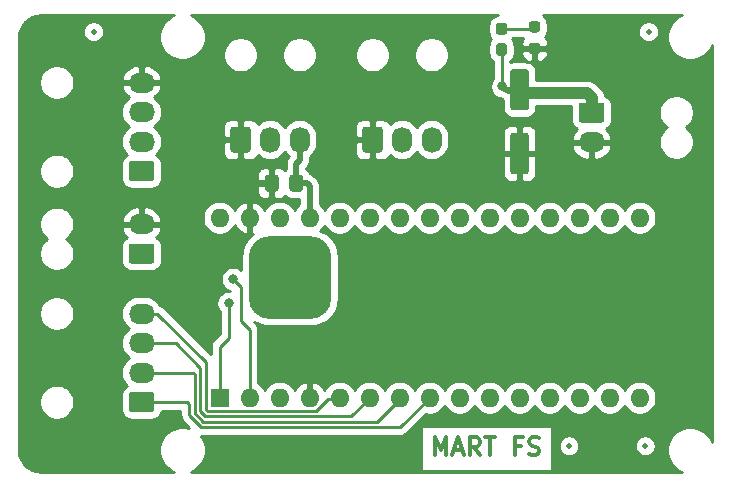
<source format=gbr>
%TF.GenerationSoftware,KiCad,Pcbnew,(5.1.8)-1*%
%TF.CreationDate,2021-05-07T13:22:02+02:00*%
%TF.ProjectId,Inputs_Volante,496e7075-7473-45f5-966f-6c616e74652e,rev?*%
%TF.SameCoordinates,Original*%
%TF.FileFunction,Copper,L1,Top*%
%TF.FilePolarity,Positive*%
%FSLAX46Y46*%
G04 Gerber Fmt 4.6, Leading zero omitted, Abs format (unit mm)*
G04 Created by KiCad (PCBNEW (5.1.8)-1) date 2021-05-07 13:22:02*
%MOMM*%
%LPD*%
G01*
G04 APERTURE LIST*
%TA.AperFunction,NonConductor*%
%ADD10C,0.300000*%
%TD*%
%TA.AperFunction,ComponentPad*%
%ADD11O,2.200000X1.700000*%
%TD*%
%TA.AperFunction,ComponentPad*%
%ADD12O,1.600000X1.600000*%
%TD*%
%TA.AperFunction,ComponentPad*%
%ADD13R,1.600000X1.600000*%
%TD*%
%TA.AperFunction,ComponentPad*%
%ADD14O,1.700000X2.200000*%
%TD*%
%TA.AperFunction,SMDPad,CuDef*%
%ADD15C,0.500000*%
%TD*%
%TA.AperFunction,ViaPad*%
%ADD16C,0.800000*%
%TD*%
%TA.AperFunction,Conductor*%
%ADD17C,0.250000*%
%TD*%
%TA.AperFunction,Conductor*%
%ADD18C,1.000000*%
%TD*%
%TA.AperFunction,Conductor*%
%ADD19C,0.500000*%
%TD*%
%TA.AperFunction,Conductor*%
%ADD20C,0.254000*%
%TD*%
%TA.AperFunction,Conductor*%
%ADD21C,0.100000*%
%TD*%
G04 APERTURE END LIST*
D10*
X90857142Y-102913571D02*
X90857142Y-101413571D01*
X91357142Y-102485000D01*
X91857142Y-101413571D01*
X91857142Y-102913571D01*
X92500000Y-102485000D02*
X93214285Y-102485000D01*
X92357142Y-102913571D02*
X92857142Y-101413571D01*
X93357142Y-102913571D01*
X94714285Y-102913571D02*
X94214285Y-102199285D01*
X93857142Y-102913571D02*
X93857142Y-101413571D01*
X94428571Y-101413571D01*
X94571428Y-101485000D01*
X94642857Y-101556428D01*
X94714285Y-101699285D01*
X94714285Y-101913571D01*
X94642857Y-102056428D01*
X94571428Y-102127857D01*
X94428571Y-102199285D01*
X93857142Y-102199285D01*
X95142857Y-101413571D02*
X96000000Y-101413571D01*
X95571428Y-102913571D02*
X95571428Y-101413571D01*
X98142857Y-102127857D02*
X97642857Y-102127857D01*
X97642857Y-102913571D02*
X97642857Y-101413571D01*
X98357142Y-101413571D01*
X98857142Y-102842142D02*
X99071428Y-102913571D01*
X99428571Y-102913571D01*
X99571428Y-102842142D01*
X99642857Y-102770714D01*
X99714285Y-102627857D01*
X99714285Y-102485000D01*
X99642857Y-102342142D01*
X99571428Y-102270714D01*
X99428571Y-102199285D01*
X99142857Y-102127857D01*
X99000000Y-102056428D01*
X98928571Y-101985000D01*
X98857142Y-101842142D01*
X98857142Y-101699285D01*
X98928571Y-101556428D01*
X99000000Y-101485000D01*
X99142857Y-101413571D01*
X99500000Y-101413571D01*
X99714285Y-101485000D01*
%TO.P, ,1*%
%TO.N,N/C*%
%TA.AperFunction,ComponentPad*%
G36*
G01*
X75113000Y-89634000D02*
X75113000Y-86134000D01*
G75*
G02*
X76863000Y-84384000I1750000J0D01*
G01*
X80363000Y-84384000D01*
G75*
G02*
X82113000Y-86134000I0J-1750000D01*
G01*
X82113000Y-89634000D01*
G75*
G02*
X80363000Y-91384000I-1750000J0D01*
G01*
X76863000Y-91384000D01*
G75*
G02*
X75113000Y-89634000I0J1750000D01*
G01*
G37*
%TD.AperFunction*%
%TD*%
%TO.P,C2,2*%
%TO.N,VCC*%
%TA.AperFunction,SMDPad,CuDef*%
G36*
G01*
X78555000Y-80358000D02*
X78555000Y-79408000D01*
G75*
G02*
X78805000Y-79158000I250000J0D01*
G01*
X79480000Y-79158000D01*
G75*
G02*
X79730000Y-79408000I0J-250000D01*
G01*
X79730000Y-80358000D01*
G75*
G02*
X79480000Y-80608000I-250000J0D01*
G01*
X78805000Y-80608000D01*
G75*
G02*
X78555000Y-80358000I0J250000D01*
G01*
G37*
%TD.AperFunction*%
%TO.P,C2,1*%
%TO.N,GND*%
%TA.AperFunction,SMDPad,CuDef*%
G36*
G01*
X76480000Y-80358000D02*
X76480000Y-79408000D01*
G75*
G02*
X76730000Y-79158000I250000J0D01*
G01*
X77405000Y-79158000D01*
G75*
G02*
X77655000Y-79408000I0J-250000D01*
G01*
X77655000Y-80358000D01*
G75*
G02*
X77405000Y-80608000I-250000J0D01*
G01*
X76730000Y-80608000D01*
G75*
G02*
X76480000Y-80358000I0J250000D01*
G01*
G37*
%TD.AperFunction*%
%TD*%
D11*
%TO.P,J6,4*%
%TO.N,Btn0*%
X66040000Y-90925000D03*
%TO.P,J6,3*%
%TO.N,Btn1*%
X66040000Y-93425000D03*
%TO.P,J6,2*%
%TO.N,Btn2*%
X66040000Y-95925000D03*
%TO.P,J6,1*%
%TO.N,Btn3*%
%TA.AperFunction,ComponentPad*%
G36*
G01*
X67140000Y-97825000D02*
X67140000Y-99025000D01*
G75*
G02*
X66890000Y-99275000I-250000J0D01*
G01*
X65190000Y-99275000D01*
G75*
G02*
X64940000Y-99025000I0J250000D01*
G01*
X64940000Y-97825000D01*
G75*
G02*
X65190000Y-97575000I250000J0D01*
G01*
X66890000Y-97575000D01*
G75*
G02*
X67140000Y-97825000I0J-250000D01*
G01*
G37*
%TD.AperFunction*%
%TD*%
%TO.P,J5,2*%
%TO.N,GND*%
X66040000Y-83352000D03*
%TO.P,J5,1*%
%TO.N,VCC*%
%TA.AperFunction,ComponentPad*%
G36*
G01*
X67140000Y-85252000D02*
X67140000Y-86452000D01*
G75*
G02*
X66890000Y-86702000I-250000J0D01*
G01*
X65190000Y-86702000D01*
G75*
G02*
X64940000Y-86452000I0J250000D01*
G01*
X64940000Y-85252000D01*
G75*
G02*
X65190000Y-85002000I250000J0D01*
G01*
X66890000Y-85002000D01*
G75*
G02*
X67140000Y-85252000I0J-250000D01*
G01*
G37*
%TD.AperFunction*%
%TD*%
%TO.P,C1,2*%
%TO.N,GND*%
%TA.AperFunction,SMDPad,CuDef*%
G36*
G01*
X97494000Y-75626000D02*
X98594000Y-75626000D01*
G75*
G02*
X98844000Y-75876000I0J-250000D01*
G01*
X98844000Y-78876000D01*
G75*
G02*
X98594000Y-79126000I-250000J0D01*
G01*
X97494000Y-79126000D01*
G75*
G02*
X97244000Y-78876000I0J250000D01*
G01*
X97244000Y-75876000D01*
G75*
G02*
X97494000Y-75626000I250000J0D01*
G01*
G37*
%TD.AperFunction*%
%TO.P,C1,1*%
%TO.N,+12V*%
%TA.AperFunction,SMDPad,CuDef*%
G36*
G01*
X97494000Y-70226000D02*
X98594000Y-70226000D01*
G75*
G02*
X98844000Y-70476000I0J-250000D01*
G01*
X98844000Y-73476000D01*
G75*
G02*
X98594000Y-73726000I-250000J0D01*
G01*
X97494000Y-73726000D01*
G75*
G02*
X97244000Y-73476000I0J250000D01*
G01*
X97244000Y-70476000D01*
G75*
G02*
X97494000Y-70226000I250000J0D01*
G01*
G37*
%TD.AperFunction*%
%TD*%
D12*
%TO.P,A1,16*%
%TO.N,Net-(A1-Pad16)*%
X108204000Y-82804000D03*
%TO.P,A1,15*%
%TO.N,Net-(A1-Pad15)*%
X108204000Y-98044000D03*
%TO.P,A1,30*%
%TO.N,+12V*%
X72644000Y-82804000D03*
%TO.P,A1,14*%
%TO.N,Net-(A1-Pad14)*%
X105664000Y-98044000D03*
%TO.P,A1,29*%
%TO.N,GND*%
X75184000Y-82804000D03*
%TO.P,A1,13*%
%TO.N,Net-(A1-Pad13)*%
X103124000Y-98044000D03*
%TO.P,A1,28*%
%TO.N,Net-(A1-Pad28)*%
X77724000Y-82804000D03*
%TO.P,A1,12*%
%TO.N,Net-(A1-Pad12)*%
X100584000Y-98044000D03*
%TO.P,A1,27*%
%TO.N,VCC*%
X80264000Y-82804000D03*
%TO.P,A1,11*%
%TO.N,Net-(A1-Pad11)*%
X98044000Y-98044000D03*
%TO.P,A1,26*%
%TO.N,Net-(A1-Pad26)*%
X82804000Y-82804000D03*
%TO.P,A1,10*%
%TO.N,Net-(A1-Pad10)*%
X95504000Y-98044000D03*
%TO.P,A1,25*%
%TO.N,Net-(A1-Pad25)*%
X85344000Y-82804000D03*
%TO.P,A1,9*%
%TO.N,Net-(A1-Pad9)*%
X92964000Y-98044000D03*
%TO.P,A1,24*%
%TO.N,SCL*%
X87884000Y-82804000D03*
%TO.P,A1,8*%
%TO.N,Btn3*%
X90424000Y-98044000D03*
%TO.P,A1,23*%
%TO.N,SDA*%
X90424000Y-82804000D03*
%TO.P,A1,7*%
%TO.N,Btn2*%
X87884000Y-98044000D03*
%TO.P,A1,22*%
%TO.N,Net-(A1-Pad22)*%
X92964000Y-82804000D03*
%TO.P,A1,6*%
%TO.N,Btn1*%
X85344000Y-98044000D03*
%TO.P,A1,21*%
%TO.N,Net-(A1-Pad21)*%
X95504000Y-82804000D03*
%TO.P,A1,5*%
%TO.N,Btn0*%
X82804000Y-98044000D03*
%TO.P,A1,20*%
%TO.N,Enco1_D*%
X98044000Y-82804000D03*
%TO.P,A1,4*%
%TO.N,GND*%
X80264000Y-98044000D03*
%TO.P,A1,19*%
%TO.N,Enco0_D*%
X100584000Y-82804000D03*
%TO.P,A1,3*%
%TO.N,Net-(A1-Pad3)*%
X77724000Y-98044000D03*
%TO.P,A1,18*%
%TO.N,Net-(A1-Pad18)*%
X103124000Y-82804000D03*
%TO.P,A1,2*%
%TO.N,RX*%
X75184000Y-98044000D03*
%TO.P,A1,17*%
%TO.N,Net-(A1-Pad17)*%
X105664000Y-82804000D03*
D13*
%TO.P,A1,1*%
%TO.N,TX*%
X72644000Y-98044000D03*
%TD*%
%TO.P,R1,2*%
%TO.N,GND*%
%TA.AperFunction,SMDPad,CuDef*%
G36*
G01*
X99076500Y-67989000D02*
X99551500Y-67989000D01*
G75*
G02*
X99789000Y-68226500I0J-237500D01*
G01*
X99789000Y-68726500D01*
G75*
G02*
X99551500Y-68964000I-237500J0D01*
G01*
X99076500Y-68964000D01*
G75*
G02*
X98839000Y-68726500I0J237500D01*
G01*
X98839000Y-68226500D01*
G75*
G02*
X99076500Y-67989000I237500J0D01*
G01*
G37*
%TD.AperFunction*%
%TO.P,R1,1*%
%TO.N,Net-(D1-Pad1)*%
%TA.AperFunction,SMDPad,CuDef*%
G36*
G01*
X99076500Y-66164000D02*
X99551500Y-66164000D01*
G75*
G02*
X99789000Y-66401500I0J-237500D01*
G01*
X99789000Y-66901500D01*
G75*
G02*
X99551500Y-67139000I-237500J0D01*
G01*
X99076500Y-67139000D01*
G75*
G02*
X98839000Y-66901500I0J237500D01*
G01*
X98839000Y-66401500D01*
G75*
G02*
X99076500Y-66164000I237500J0D01*
G01*
G37*
%TD.AperFunction*%
%TD*%
%TO.P,D1,2*%
%TO.N,+12V*%
%TA.AperFunction,SMDPad,CuDef*%
G36*
G01*
X96282500Y-68041000D02*
X96757500Y-68041000D01*
G75*
G02*
X96995000Y-68278500I0J-237500D01*
G01*
X96995000Y-68853500D01*
G75*
G02*
X96757500Y-69091000I-237500J0D01*
G01*
X96282500Y-69091000D01*
G75*
G02*
X96045000Y-68853500I0J237500D01*
G01*
X96045000Y-68278500D01*
G75*
G02*
X96282500Y-68041000I237500J0D01*
G01*
G37*
%TD.AperFunction*%
%TO.P,D1,1*%
%TO.N,Net-(D1-Pad1)*%
%TA.AperFunction,SMDPad,CuDef*%
G36*
G01*
X96282500Y-66291000D02*
X96757500Y-66291000D01*
G75*
G02*
X96995000Y-66528500I0J-237500D01*
G01*
X96995000Y-67103500D01*
G75*
G02*
X96757500Y-67341000I-237500J0D01*
G01*
X96282500Y-67341000D01*
G75*
G02*
X96045000Y-67103500I0J237500D01*
G01*
X96045000Y-66528500D01*
G75*
G02*
X96282500Y-66291000I237500J0D01*
G01*
G37*
%TD.AperFunction*%
%TD*%
D14*
%TO.P,J4,3*%
%TO.N,VCC*%
X79422000Y-76200000D03*
%TO.P,J4,2*%
%TO.N,Enco1_D*%
X76922000Y-76200000D03*
%TO.P,J4,1*%
%TO.N,GND*%
%TA.AperFunction,ComponentPad*%
G36*
G01*
X75022000Y-77300000D02*
X73822000Y-77300000D01*
G75*
G02*
X73572000Y-77050000I0J250000D01*
G01*
X73572000Y-75350000D01*
G75*
G02*
X73822000Y-75100000I250000J0D01*
G01*
X75022000Y-75100000D01*
G75*
G02*
X75272000Y-75350000I0J-250000D01*
G01*
X75272000Y-77050000D01*
G75*
G02*
X75022000Y-77300000I-250000J0D01*
G01*
G37*
%TD.AperFunction*%
%TD*%
%TO.P,J3,3*%
%TO.N,VCC*%
X90598000Y-76200000D03*
%TO.P,J3,2*%
%TO.N,Enco0_D*%
X88098000Y-76200000D03*
%TO.P,J3,1*%
%TO.N,GND*%
%TA.AperFunction,ComponentPad*%
G36*
G01*
X86198000Y-77300000D02*
X84998000Y-77300000D01*
G75*
G02*
X84748000Y-77050000I0J250000D01*
G01*
X84748000Y-75350000D01*
G75*
G02*
X84998000Y-75100000I250000J0D01*
G01*
X86198000Y-75100000D01*
G75*
G02*
X86448000Y-75350000I0J-250000D01*
G01*
X86448000Y-77050000D01*
G75*
G02*
X86198000Y-77300000I-250000J0D01*
G01*
G37*
%TD.AperFunction*%
%TD*%
D11*
%TO.P,J2,4*%
%TO.N,GND*%
X66040000Y-71367000D03*
%TO.P,J2,3*%
%TO.N,Net-(J2-Pad3)*%
X66040000Y-73867000D03*
%TO.P,J2,2*%
%TO.N,Net-(J2-Pad2)*%
X66040000Y-76367000D03*
%TO.P,J2,1*%
%TO.N,Net-(J2-Pad1)*%
%TA.AperFunction,ComponentPad*%
G36*
G01*
X67140000Y-78267000D02*
X67140000Y-79467000D01*
G75*
G02*
X66890000Y-79717000I-250000J0D01*
G01*
X65190000Y-79717000D01*
G75*
G02*
X64940000Y-79467000I0J250000D01*
G01*
X64940000Y-78267000D01*
G75*
G02*
X65190000Y-78017000I250000J0D01*
G01*
X66890000Y-78017000D01*
G75*
G02*
X67140000Y-78267000I0J-250000D01*
G01*
G37*
%TD.AperFunction*%
%TD*%
%TO.P,J1,2*%
%TO.N,GND*%
X104140000Y-76414000D03*
%TO.P,J1,1*%
%TO.N,+12V*%
%TA.AperFunction,ComponentPad*%
G36*
G01*
X103040000Y-74514000D02*
X103040000Y-73314000D01*
G75*
G02*
X103290000Y-73064000I250000J0D01*
G01*
X104990000Y-73064000D01*
G75*
G02*
X105240000Y-73314000I0J-250000D01*
G01*
X105240000Y-74514000D01*
G75*
G02*
X104990000Y-74764000I-250000J0D01*
G01*
X103290000Y-74764000D01*
G75*
G02*
X103040000Y-74514000I0J250000D01*
G01*
G37*
%TD.AperFunction*%
%TD*%
D15*
%TO.P,FID4,*%
%TO.N,*%
X108966000Y-67056000D03*
%TD*%
%TO.P,FID3,*%
%TO.N,*%
X108692000Y-102122000D03*
%TD*%
%TO.P,FID2,*%
%TO.N,*%
X61976000Y-67056000D03*
%TD*%
%TO.P,FID1,*%
%TO.N,*%
X102235000Y-102122000D03*
%TD*%
D16*
%TO.N,*%
X80772000Y-85344000D03*
X78740000Y-85344000D03*
X76708000Y-85344000D03*
X76708000Y-87884000D03*
X76708000Y-90424000D03*
X78740000Y-90424000D03*
X80772000Y-90424000D03*
X80772000Y-87884000D03*
X79756000Y-86360000D03*
X77724000Y-86360000D03*
X77724000Y-89408000D03*
X79756000Y-89408000D03*
%TO.N,+12V*%
X96583500Y-71691500D03*
%TO.N,RX*%
X73787000Y-88011000D03*
%TO.N,TX*%
X73406000Y-90043000D03*
%TD*%
D17*
%TO.N,*%
X80772000Y-87376000D02*
X79756000Y-86360000D01*
X80772000Y-87884000D02*
X80772000Y-87376000D01*
%TO.N,+12V*%
X98044000Y-71976000D02*
X100932000Y-71976000D01*
X100932000Y-71976000D02*
X103472000Y-71976000D01*
X104140000Y-72644000D02*
X104140000Y-73660000D01*
X96520000Y-68566000D02*
X96520000Y-70612000D01*
X96520000Y-70612000D02*
X96520000Y-71628000D01*
X97028000Y-72136000D02*
X98044000Y-72136000D01*
X98044000Y-72136000D02*
X98044000Y-72644000D01*
D18*
X104140000Y-72644000D02*
X103822500Y-72326500D01*
X104140000Y-73914000D02*
X104140000Y-72644000D01*
X103759000Y-72263000D02*
X98679000Y-72263000D01*
D17*
X103472000Y-71976000D02*
X103759000Y-72263000D01*
X103759000Y-72263000D02*
X103822500Y-72326500D01*
D19*
X96868000Y-71976000D02*
X96583500Y-71691500D01*
X98044000Y-71976000D02*
X96868000Y-71976000D01*
D17*
X96583500Y-71691500D02*
X97028000Y-72136000D01*
X96520000Y-71628000D02*
X96583500Y-71691500D01*
D19*
%TO.N,GND*%
X75184000Y-82804000D02*
X75184000Y-80645000D01*
X75184000Y-80645000D02*
X75946000Y-79883000D01*
X75946000Y-79883000D02*
X77089000Y-79883000D01*
%TO.N,VCC*%
X79142500Y-79883000D02*
X80010000Y-79883000D01*
X80010000Y-79883000D02*
X80264000Y-80137000D01*
X80264000Y-80137000D02*
X80264000Y-82931000D01*
X79422000Y-76200000D02*
X79422000Y-77931000D01*
X79422000Y-77931000D02*
X79121000Y-78232000D01*
X79121000Y-78232000D02*
X79121000Y-80010000D01*
D17*
%TO.N,Btn3*%
X66040000Y-98425000D02*
X69088000Y-98425000D01*
X69925000Y-98425000D02*
X70099980Y-98599980D01*
X69088000Y-98425000D02*
X69925000Y-98425000D01*
X70099980Y-98599980D02*
X70099980Y-99500000D01*
X70099982Y-99557187D02*
X71061834Y-100519039D01*
X70099980Y-99500000D02*
X70099982Y-99557187D01*
X71061834Y-100519039D02*
X87948961Y-100519039D01*
X87948961Y-100519039D02*
X90424000Y-98044000D01*
%TO.N,Btn2*%
X87884000Y-98044000D02*
X87884000Y-98171000D01*
X69001000Y-95925000D02*
X66040000Y-95925000D01*
X70425000Y-95925000D02*
X69001000Y-95925000D01*
X70549990Y-96049990D02*
X70425000Y-95925000D01*
X70549990Y-99370785D02*
X70549990Y-96049990D01*
X71248234Y-100069029D02*
X70549990Y-99370785D01*
X85985971Y-100069029D02*
X71248234Y-100069029D01*
X88011000Y-98044000D02*
X85985971Y-100069029D01*
%TO.N,Btn1*%
X66040000Y-93425000D02*
X68925000Y-93425000D01*
X83768988Y-99619012D02*
X85344000Y-98044000D01*
X71000000Y-95500000D02*
X71000000Y-99184385D01*
X68925000Y-93425000D02*
X71000000Y-95500000D01*
X71434627Y-99619012D02*
X83768988Y-99619012D01*
X71000000Y-99184385D02*
X71434627Y-99619012D01*
%TO.N,Btn0*%
X75724001Y-99169001D02*
X74643999Y-99169001D01*
X67390000Y-90925000D02*
X66040000Y-90925000D01*
X71501000Y-99048977D02*
X71501000Y-95036000D01*
X71621024Y-99169001D02*
X71501000Y-99048977D01*
X80804001Y-99169001D02*
X71621024Y-99169001D01*
X71501000Y-95036000D02*
X67390000Y-90925000D01*
X81802002Y-98171000D02*
X80804001Y-99169001D01*
X82931000Y-98171000D02*
X81802002Y-98171000D01*
%TO.N,RX*%
X74422000Y-91567000D02*
X75184000Y-92329000D01*
X75184000Y-92329000D02*
X75184000Y-97790000D01*
X73787000Y-88011000D02*
X74422000Y-88646000D01*
X74422000Y-88646000D02*
X74422000Y-91567000D01*
%TO.N,TX*%
X73406000Y-90043000D02*
X73406000Y-92075000D01*
X73406000Y-92075000D02*
X73406000Y-92964000D01*
X73406000Y-92964000D02*
X72644000Y-93726000D01*
X72644000Y-93726000D02*
X72644000Y-97917000D01*
%TO.N,Net-(D1-Pad1)*%
X96520000Y-66816000D02*
X99300000Y-66816000D01*
X99300000Y-66816000D02*
X99314000Y-66802000D01*
%TD*%
D20*
%TO.N,GND*%
X68566634Y-65753796D02*
X68243901Y-65969439D01*
X67969439Y-66243901D01*
X67753796Y-66566634D01*
X67605258Y-66925236D01*
X67529534Y-67305926D01*
X67529534Y-67694074D01*
X67605258Y-68074764D01*
X67753796Y-68433366D01*
X67969439Y-68756099D01*
X68243901Y-69030561D01*
X68566634Y-69246204D01*
X68925236Y-69394742D01*
X69305926Y-69470466D01*
X69694074Y-69470466D01*
X70074764Y-69394742D01*
X70433366Y-69246204D01*
X70756099Y-69030561D01*
X70912920Y-68873740D01*
X72937000Y-68873740D01*
X72937000Y-69166260D01*
X72994068Y-69453158D01*
X73106010Y-69723411D01*
X73268525Y-69966632D01*
X73475368Y-70173475D01*
X73718589Y-70335990D01*
X73988842Y-70447932D01*
X74275740Y-70505000D01*
X74568260Y-70505000D01*
X74855158Y-70447932D01*
X75125411Y-70335990D01*
X75368632Y-70173475D01*
X75575475Y-69966632D01*
X75737990Y-69723411D01*
X75849932Y-69453158D01*
X75907000Y-69166260D01*
X75907000Y-68873740D01*
X77937000Y-68873740D01*
X77937000Y-69166260D01*
X77994068Y-69453158D01*
X78106010Y-69723411D01*
X78268525Y-69966632D01*
X78475368Y-70173475D01*
X78718589Y-70335990D01*
X78988842Y-70447932D01*
X79275740Y-70505000D01*
X79568260Y-70505000D01*
X79855158Y-70447932D01*
X80125411Y-70335990D01*
X80368632Y-70173475D01*
X80575475Y-69966632D01*
X80737990Y-69723411D01*
X80849932Y-69453158D01*
X80907000Y-69166260D01*
X80907000Y-68873740D01*
X84113000Y-68873740D01*
X84113000Y-69166260D01*
X84170068Y-69453158D01*
X84282010Y-69723411D01*
X84444525Y-69966632D01*
X84651368Y-70173475D01*
X84894589Y-70335990D01*
X85164842Y-70447932D01*
X85451740Y-70505000D01*
X85744260Y-70505000D01*
X86031158Y-70447932D01*
X86301411Y-70335990D01*
X86544632Y-70173475D01*
X86751475Y-69966632D01*
X86913990Y-69723411D01*
X87025932Y-69453158D01*
X87083000Y-69166260D01*
X87083000Y-68873740D01*
X89113000Y-68873740D01*
X89113000Y-69166260D01*
X89170068Y-69453158D01*
X89282010Y-69723411D01*
X89444525Y-69966632D01*
X89651368Y-70173475D01*
X89894589Y-70335990D01*
X90164842Y-70447932D01*
X90451740Y-70505000D01*
X90744260Y-70505000D01*
X91031158Y-70447932D01*
X91301411Y-70335990D01*
X91544632Y-70173475D01*
X91751475Y-69966632D01*
X91913990Y-69723411D01*
X92025932Y-69453158D01*
X92083000Y-69166260D01*
X92083000Y-68873740D01*
X92025932Y-68586842D01*
X91913990Y-68316589D01*
X91751475Y-68073368D01*
X91544632Y-67866525D01*
X91301411Y-67704010D01*
X91031158Y-67592068D01*
X90744260Y-67535000D01*
X90451740Y-67535000D01*
X90164842Y-67592068D01*
X89894589Y-67704010D01*
X89651368Y-67866525D01*
X89444525Y-68073368D01*
X89282010Y-68316589D01*
X89170068Y-68586842D01*
X89113000Y-68873740D01*
X87083000Y-68873740D01*
X87025932Y-68586842D01*
X86913990Y-68316589D01*
X86751475Y-68073368D01*
X86544632Y-67866525D01*
X86301411Y-67704010D01*
X86031158Y-67592068D01*
X85744260Y-67535000D01*
X85451740Y-67535000D01*
X85164842Y-67592068D01*
X84894589Y-67704010D01*
X84651368Y-67866525D01*
X84444525Y-68073368D01*
X84282010Y-68316589D01*
X84170068Y-68586842D01*
X84113000Y-68873740D01*
X80907000Y-68873740D01*
X80849932Y-68586842D01*
X80737990Y-68316589D01*
X80575475Y-68073368D01*
X80368632Y-67866525D01*
X80125411Y-67704010D01*
X79855158Y-67592068D01*
X79568260Y-67535000D01*
X79275740Y-67535000D01*
X78988842Y-67592068D01*
X78718589Y-67704010D01*
X78475368Y-67866525D01*
X78268525Y-68073368D01*
X78106010Y-68316589D01*
X77994068Y-68586842D01*
X77937000Y-68873740D01*
X75907000Y-68873740D01*
X75849932Y-68586842D01*
X75737990Y-68316589D01*
X75575475Y-68073368D01*
X75368632Y-67866525D01*
X75125411Y-67704010D01*
X74855158Y-67592068D01*
X74568260Y-67535000D01*
X74275740Y-67535000D01*
X73988842Y-67592068D01*
X73718589Y-67704010D01*
X73475368Y-67866525D01*
X73268525Y-68073368D01*
X73106010Y-68316589D01*
X72994068Y-68586842D01*
X72937000Y-68873740D01*
X70912920Y-68873740D01*
X71030561Y-68756099D01*
X71246204Y-68433366D01*
X71394742Y-68074764D01*
X71470466Y-67694074D01*
X71470466Y-67305926D01*
X71394742Y-66925236D01*
X71246204Y-66566634D01*
X71030561Y-66243901D01*
X70756099Y-65969439D01*
X70433366Y-65753796D01*
X70206923Y-65660000D01*
X96210697Y-65660000D01*
X96111684Y-65669752D01*
X95947433Y-65719577D01*
X95796058Y-65800488D01*
X95663377Y-65909377D01*
X95554488Y-66042058D01*
X95473577Y-66193433D01*
X95423752Y-66357684D01*
X95406928Y-66528500D01*
X95406928Y-67103500D01*
X95423752Y-67274316D01*
X95473577Y-67438567D01*
X95554488Y-67589942D01*
X95637425Y-67691000D01*
X95554488Y-67792058D01*
X95473577Y-67943433D01*
X95423752Y-68107684D01*
X95406928Y-68278500D01*
X95406928Y-68853500D01*
X95423752Y-69024316D01*
X95473577Y-69188567D01*
X95554488Y-69339942D01*
X95663377Y-69472623D01*
X95760000Y-69551920D01*
X95760001Y-70574658D01*
X95760000Y-70574668D01*
X95760000Y-71061004D01*
X95666295Y-71201244D01*
X95588274Y-71389602D01*
X95548500Y-71589561D01*
X95548500Y-71793439D01*
X95588274Y-71993398D01*
X95666295Y-72181756D01*
X95779563Y-72351274D01*
X95923726Y-72495437D01*
X96093244Y-72608705D01*
X96281602Y-72686726D01*
X96357347Y-72701792D01*
X96373941Y-72715411D01*
X96527687Y-72797589D01*
X96605928Y-72821324D01*
X96605928Y-73476000D01*
X96622992Y-73649254D01*
X96673528Y-73815850D01*
X96755595Y-73969386D01*
X96866038Y-74103962D01*
X97000614Y-74214405D01*
X97154150Y-74296472D01*
X97320746Y-74347008D01*
X97494000Y-74364072D01*
X98594000Y-74364072D01*
X98767254Y-74347008D01*
X98933850Y-74296472D01*
X99087386Y-74214405D01*
X99221962Y-74103962D01*
X99332405Y-73969386D01*
X99414472Y-73815850D01*
X99465008Y-73649254D01*
X99482072Y-73476000D01*
X99482072Y-73398000D01*
X102401928Y-73398000D01*
X102401928Y-74514000D01*
X102418992Y-74687254D01*
X102469528Y-74853850D01*
X102551595Y-75007386D01*
X102662038Y-75141962D01*
X102796614Y-75252405D01*
X102896044Y-75305552D01*
X102756663Y-75438546D01*
X102588138Y-75678392D01*
X102469643Y-75946507D01*
X102448524Y-76057110D01*
X102569845Y-76287000D01*
X104013000Y-76287000D01*
X104013000Y-76267000D01*
X104267000Y-76267000D01*
X104267000Y-76287000D01*
X105710155Y-76287000D01*
X105831476Y-76057110D01*
X105810357Y-75946507D01*
X105691862Y-75678392D01*
X105523337Y-75438546D01*
X105383956Y-75305552D01*
X105483386Y-75252405D01*
X105617962Y-75141962D01*
X105728405Y-75007386D01*
X105810472Y-74853850D01*
X105861008Y-74687254D01*
X105878072Y-74514000D01*
X105878072Y-73767740D01*
X109835000Y-73767740D01*
X109835000Y-74060260D01*
X109892068Y-74347158D01*
X110004010Y-74617411D01*
X110166525Y-74860632D01*
X110373368Y-75067475D01*
X110517828Y-75164000D01*
X110373368Y-75260525D01*
X110166525Y-75467368D01*
X110004010Y-75710589D01*
X109892068Y-75980842D01*
X109835000Y-76267740D01*
X109835000Y-76560260D01*
X109892068Y-76847158D01*
X110004010Y-77117411D01*
X110166525Y-77360632D01*
X110373368Y-77567475D01*
X110616589Y-77729990D01*
X110886842Y-77841932D01*
X111173740Y-77899000D01*
X111466260Y-77899000D01*
X111753158Y-77841932D01*
X112023411Y-77729990D01*
X112266632Y-77567475D01*
X112473475Y-77360632D01*
X112635990Y-77117411D01*
X112747932Y-76847158D01*
X112805000Y-76560260D01*
X112805000Y-76267740D01*
X112747932Y-75980842D01*
X112635990Y-75710589D01*
X112473475Y-75467368D01*
X112266632Y-75260525D01*
X112122172Y-75164000D01*
X112266632Y-75067475D01*
X112473475Y-74860632D01*
X112635990Y-74617411D01*
X112747932Y-74347158D01*
X112805000Y-74060260D01*
X112805000Y-73767740D01*
X112747932Y-73480842D01*
X112635990Y-73210589D01*
X112473475Y-72967368D01*
X112266632Y-72760525D01*
X112023411Y-72598010D01*
X111753158Y-72486068D01*
X111466260Y-72429000D01*
X111173740Y-72429000D01*
X110886842Y-72486068D01*
X110616589Y-72598010D01*
X110373368Y-72760525D01*
X110166525Y-72967368D01*
X110004010Y-73210589D01*
X109892068Y-73480842D01*
X109835000Y-73767740D01*
X105878072Y-73767740D01*
X105878072Y-73314000D01*
X105861008Y-73140746D01*
X105810472Y-72974150D01*
X105728405Y-72820614D01*
X105617962Y-72686038D01*
X105483386Y-72575595D01*
X105329850Y-72493528D01*
X105263694Y-72473460D01*
X105263360Y-72470059D01*
X105258577Y-72421501D01*
X105193676Y-72207553D01*
X105088284Y-72010377D01*
X104946449Y-71837551D01*
X104903135Y-71802004D01*
X104600996Y-71499865D01*
X104565449Y-71456551D01*
X104392623Y-71314716D01*
X104195447Y-71209324D01*
X103981499Y-71144423D01*
X103814752Y-71128000D01*
X99482072Y-71128000D01*
X99482072Y-70476000D01*
X99465008Y-70302746D01*
X99414472Y-70136150D01*
X99332405Y-69982614D01*
X99221962Y-69848038D01*
X99087386Y-69737595D01*
X98933850Y-69655528D01*
X98767254Y-69604992D01*
X98594000Y-69587928D01*
X97494000Y-69587928D01*
X97320746Y-69604992D01*
X97280000Y-69617352D01*
X97280000Y-69551920D01*
X97376623Y-69472623D01*
X97485512Y-69339942D01*
X97566423Y-69188567D01*
X97616248Y-69024316D01*
X97622188Y-68964000D01*
X98200928Y-68964000D01*
X98213188Y-69088482D01*
X98249498Y-69208180D01*
X98308463Y-69318494D01*
X98387815Y-69415185D01*
X98484506Y-69494537D01*
X98594820Y-69553502D01*
X98714518Y-69589812D01*
X98839000Y-69602072D01*
X99028250Y-69599000D01*
X99187000Y-69440250D01*
X99187000Y-68603500D01*
X99441000Y-68603500D01*
X99441000Y-69440250D01*
X99599750Y-69599000D01*
X99789000Y-69602072D01*
X99913482Y-69589812D01*
X100033180Y-69553502D01*
X100143494Y-69494537D01*
X100240185Y-69415185D01*
X100319537Y-69318494D01*
X100378502Y-69208180D01*
X100414812Y-69088482D01*
X100427072Y-68964000D01*
X100424000Y-68762250D01*
X100265250Y-68603500D01*
X99441000Y-68603500D01*
X99187000Y-68603500D01*
X98362750Y-68603500D01*
X98204000Y-68762250D01*
X98200928Y-68964000D01*
X97622188Y-68964000D01*
X97633072Y-68853500D01*
X97633072Y-68278500D01*
X97616248Y-68107684D01*
X97566423Y-67943433D01*
X97485512Y-67792058D01*
X97402575Y-67691000D01*
X97485512Y-67589942D01*
X97492964Y-67576000D01*
X98356477Y-67576000D01*
X98308463Y-67634506D01*
X98249498Y-67744820D01*
X98213188Y-67864518D01*
X98200928Y-67989000D01*
X98204000Y-68190750D01*
X98362750Y-68349500D01*
X99187000Y-68349500D01*
X99187000Y-68329500D01*
X99441000Y-68329500D01*
X99441000Y-68349500D01*
X100265250Y-68349500D01*
X100424000Y-68190750D01*
X100427072Y-67989000D01*
X100414812Y-67864518D01*
X100378502Y-67744820D01*
X100319537Y-67634506D01*
X100240185Y-67537815D01*
X100190188Y-67496783D01*
X100279512Y-67387942D01*
X100360423Y-67236567D01*
X100410248Y-67072316D01*
X100420440Y-66968835D01*
X108081000Y-66968835D01*
X108081000Y-67143165D01*
X108115010Y-67314145D01*
X108181723Y-67475205D01*
X108278576Y-67620155D01*
X108401845Y-67743424D01*
X108546795Y-67840277D01*
X108707855Y-67906990D01*
X108878835Y-67941000D01*
X109053165Y-67941000D01*
X109224145Y-67906990D01*
X109385205Y-67840277D01*
X109530155Y-67743424D01*
X109653424Y-67620155D01*
X109750277Y-67475205D01*
X109816990Y-67314145D01*
X109851000Y-67143165D01*
X109851000Y-66968835D01*
X109816990Y-66797855D01*
X109750277Y-66636795D01*
X109653424Y-66491845D01*
X109530155Y-66368576D01*
X109385205Y-66271723D01*
X109224145Y-66205010D01*
X109053165Y-66171000D01*
X108878835Y-66171000D01*
X108707855Y-66205010D01*
X108546795Y-66271723D01*
X108401845Y-66368576D01*
X108278576Y-66491845D01*
X108181723Y-66636795D01*
X108115010Y-66797855D01*
X108081000Y-66968835D01*
X100420440Y-66968835D01*
X100427072Y-66901500D01*
X100427072Y-66401500D01*
X100410248Y-66230684D01*
X100360423Y-66066433D01*
X100279512Y-65915058D01*
X100170623Y-65782377D01*
X100037942Y-65673488D01*
X100012708Y-65660000D01*
X111793077Y-65660000D01*
X111566634Y-65753796D01*
X111243901Y-65969439D01*
X110969439Y-66243901D01*
X110753796Y-66566634D01*
X110605258Y-66925236D01*
X110529534Y-67305926D01*
X110529534Y-67694074D01*
X110605258Y-68074764D01*
X110753796Y-68433366D01*
X110969439Y-68756099D01*
X111243901Y-69030561D01*
X111566634Y-69246204D01*
X111925236Y-69394742D01*
X112305926Y-69470466D01*
X112694074Y-69470466D01*
X113074764Y-69394742D01*
X113433366Y-69246204D01*
X113756099Y-69030561D01*
X114030561Y-68756099D01*
X114246204Y-68433366D01*
X114340000Y-68206923D01*
X114340001Y-101793080D01*
X114246204Y-101566634D01*
X114030561Y-101243901D01*
X113756099Y-100969439D01*
X113433366Y-100753796D01*
X113074764Y-100605258D01*
X112694074Y-100529534D01*
X112305926Y-100529534D01*
X111925236Y-100605258D01*
X111566634Y-100753796D01*
X111243901Y-100969439D01*
X110969439Y-101243901D01*
X110753796Y-101566634D01*
X110605258Y-101925236D01*
X110529534Y-102305926D01*
X110529534Y-102694074D01*
X110605258Y-103074764D01*
X110753796Y-103433366D01*
X110969439Y-103756099D01*
X111243901Y-104030561D01*
X111566634Y-104246204D01*
X111793077Y-104340000D01*
X70206923Y-104340000D01*
X70433366Y-104246204D01*
X70756099Y-104030561D01*
X71030561Y-103756099D01*
X71246204Y-103433366D01*
X71394742Y-103074764D01*
X71470466Y-102694074D01*
X71470466Y-102305926D01*
X71394742Y-101925236D01*
X71246204Y-101566634D01*
X71056120Y-101282152D01*
X71061833Y-101282715D01*
X71099156Y-101279039D01*
X87911639Y-101279039D01*
X87948961Y-101282715D01*
X87986283Y-101279039D01*
X87986294Y-101279039D01*
X88097947Y-101268042D01*
X88241208Y-101224585D01*
X88373237Y-101154013D01*
X88488962Y-101059040D01*
X88512765Y-101030036D01*
X89097801Y-100445000D01*
X89715000Y-100445000D01*
X89715000Y-104265000D01*
X100785000Y-104265000D01*
X100785000Y-102034835D01*
X101350000Y-102034835D01*
X101350000Y-102209165D01*
X101384010Y-102380145D01*
X101450723Y-102541205D01*
X101547576Y-102686155D01*
X101670845Y-102809424D01*
X101815795Y-102906277D01*
X101976855Y-102972990D01*
X102147835Y-103007000D01*
X102322165Y-103007000D01*
X102493145Y-102972990D01*
X102654205Y-102906277D01*
X102799155Y-102809424D01*
X102922424Y-102686155D01*
X103019277Y-102541205D01*
X103085990Y-102380145D01*
X103120000Y-102209165D01*
X103120000Y-102034835D01*
X107807000Y-102034835D01*
X107807000Y-102209165D01*
X107841010Y-102380145D01*
X107907723Y-102541205D01*
X108004576Y-102686155D01*
X108127845Y-102809424D01*
X108272795Y-102906277D01*
X108433855Y-102972990D01*
X108604835Y-103007000D01*
X108779165Y-103007000D01*
X108950145Y-102972990D01*
X109111205Y-102906277D01*
X109256155Y-102809424D01*
X109379424Y-102686155D01*
X109476277Y-102541205D01*
X109542990Y-102380145D01*
X109577000Y-102209165D01*
X109577000Y-102034835D01*
X109542990Y-101863855D01*
X109476277Y-101702795D01*
X109379424Y-101557845D01*
X109256155Y-101434576D01*
X109111205Y-101337723D01*
X108950145Y-101271010D01*
X108779165Y-101237000D01*
X108604835Y-101237000D01*
X108433855Y-101271010D01*
X108272795Y-101337723D01*
X108127845Y-101434576D01*
X108004576Y-101557845D01*
X107907723Y-101702795D01*
X107841010Y-101863855D01*
X107807000Y-102034835D01*
X103120000Y-102034835D01*
X103085990Y-101863855D01*
X103019277Y-101702795D01*
X102922424Y-101557845D01*
X102799155Y-101434576D01*
X102654205Y-101337723D01*
X102493145Y-101271010D01*
X102322165Y-101237000D01*
X102147835Y-101237000D01*
X101976855Y-101271010D01*
X101815795Y-101337723D01*
X101670845Y-101434576D01*
X101547576Y-101557845D01*
X101450723Y-101702795D01*
X101384010Y-101863855D01*
X101350000Y-102034835D01*
X100785000Y-102034835D01*
X100785000Y-100445000D01*
X89715000Y-100445000D01*
X89097801Y-100445000D01*
X90100114Y-99442688D01*
X90282665Y-99479000D01*
X90565335Y-99479000D01*
X90842574Y-99423853D01*
X91103727Y-99315680D01*
X91338759Y-99158637D01*
X91538637Y-98958759D01*
X91694000Y-98726241D01*
X91849363Y-98958759D01*
X92049241Y-99158637D01*
X92284273Y-99315680D01*
X92545426Y-99423853D01*
X92822665Y-99479000D01*
X93105335Y-99479000D01*
X93382574Y-99423853D01*
X93643727Y-99315680D01*
X93878759Y-99158637D01*
X94078637Y-98958759D01*
X94234000Y-98726241D01*
X94389363Y-98958759D01*
X94589241Y-99158637D01*
X94824273Y-99315680D01*
X95085426Y-99423853D01*
X95362665Y-99479000D01*
X95645335Y-99479000D01*
X95922574Y-99423853D01*
X96183727Y-99315680D01*
X96418759Y-99158637D01*
X96618637Y-98958759D01*
X96774000Y-98726241D01*
X96929363Y-98958759D01*
X97129241Y-99158637D01*
X97364273Y-99315680D01*
X97625426Y-99423853D01*
X97902665Y-99479000D01*
X98185335Y-99479000D01*
X98462574Y-99423853D01*
X98723727Y-99315680D01*
X98958759Y-99158637D01*
X99158637Y-98958759D01*
X99314000Y-98726241D01*
X99469363Y-98958759D01*
X99669241Y-99158637D01*
X99904273Y-99315680D01*
X100165426Y-99423853D01*
X100442665Y-99479000D01*
X100725335Y-99479000D01*
X101002574Y-99423853D01*
X101263727Y-99315680D01*
X101498759Y-99158637D01*
X101698637Y-98958759D01*
X101854000Y-98726241D01*
X102009363Y-98958759D01*
X102209241Y-99158637D01*
X102444273Y-99315680D01*
X102705426Y-99423853D01*
X102982665Y-99479000D01*
X103265335Y-99479000D01*
X103542574Y-99423853D01*
X103803727Y-99315680D01*
X104038759Y-99158637D01*
X104238637Y-98958759D01*
X104394000Y-98726241D01*
X104549363Y-98958759D01*
X104749241Y-99158637D01*
X104984273Y-99315680D01*
X105245426Y-99423853D01*
X105522665Y-99479000D01*
X105805335Y-99479000D01*
X106082574Y-99423853D01*
X106343727Y-99315680D01*
X106578759Y-99158637D01*
X106778637Y-98958759D01*
X106934000Y-98726241D01*
X107089363Y-98958759D01*
X107289241Y-99158637D01*
X107524273Y-99315680D01*
X107785426Y-99423853D01*
X108062665Y-99479000D01*
X108345335Y-99479000D01*
X108622574Y-99423853D01*
X108883727Y-99315680D01*
X109118759Y-99158637D01*
X109318637Y-98958759D01*
X109475680Y-98723727D01*
X109583853Y-98462574D01*
X109639000Y-98185335D01*
X109639000Y-97902665D01*
X109583853Y-97625426D01*
X109475680Y-97364273D01*
X109318637Y-97129241D01*
X109118759Y-96929363D01*
X108883727Y-96772320D01*
X108622574Y-96664147D01*
X108345335Y-96609000D01*
X108062665Y-96609000D01*
X107785426Y-96664147D01*
X107524273Y-96772320D01*
X107289241Y-96929363D01*
X107089363Y-97129241D01*
X106934000Y-97361759D01*
X106778637Y-97129241D01*
X106578759Y-96929363D01*
X106343727Y-96772320D01*
X106082574Y-96664147D01*
X105805335Y-96609000D01*
X105522665Y-96609000D01*
X105245426Y-96664147D01*
X104984273Y-96772320D01*
X104749241Y-96929363D01*
X104549363Y-97129241D01*
X104394000Y-97361759D01*
X104238637Y-97129241D01*
X104038759Y-96929363D01*
X103803727Y-96772320D01*
X103542574Y-96664147D01*
X103265335Y-96609000D01*
X102982665Y-96609000D01*
X102705426Y-96664147D01*
X102444273Y-96772320D01*
X102209241Y-96929363D01*
X102009363Y-97129241D01*
X101854000Y-97361759D01*
X101698637Y-97129241D01*
X101498759Y-96929363D01*
X101263727Y-96772320D01*
X101002574Y-96664147D01*
X100725335Y-96609000D01*
X100442665Y-96609000D01*
X100165426Y-96664147D01*
X99904273Y-96772320D01*
X99669241Y-96929363D01*
X99469363Y-97129241D01*
X99314000Y-97361759D01*
X99158637Y-97129241D01*
X98958759Y-96929363D01*
X98723727Y-96772320D01*
X98462574Y-96664147D01*
X98185335Y-96609000D01*
X97902665Y-96609000D01*
X97625426Y-96664147D01*
X97364273Y-96772320D01*
X97129241Y-96929363D01*
X96929363Y-97129241D01*
X96774000Y-97361759D01*
X96618637Y-97129241D01*
X96418759Y-96929363D01*
X96183727Y-96772320D01*
X95922574Y-96664147D01*
X95645335Y-96609000D01*
X95362665Y-96609000D01*
X95085426Y-96664147D01*
X94824273Y-96772320D01*
X94589241Y-96929363D01*
X94389363Y-97129241D01*
X94234000Y-97361759D01*
X94078637Y-97129241D01*
X93878759Y-96929363D01*
X93643727Y-96772320D01*
X93382574Y-96664147D01*
X93105335Y-96609000D01*
X92822665Y-96609000D01*
X92545426Y-96664147D01*
X92284273Y-96772320D01*
X92049241Y-96929363D01*
X91849363Y-97129241D01*
X91694000Y-97361759D01*
X91538637Y-97129241D01*
X91338759Y-96929363D01*
X91103727Y-96772320D01*
X90842574Y-96664147D01*
X90565335Y-96609000D01*
X90282665Y-96609000D01*
X90005426Y-96664147D01*
X89744273Y-96772320D01*
X89509241Y-96929363D01*
X89309363Y-97129241D01*
X89154000Y-97361759D01*
X88998637Y-97129241D01*
X88798759Y-96929363D01*
X88563727Y-96772320D01*
X88302574Y-96664147D01*
X88025335Y-96609000D01*
X87742665Y-96609000D01*
X87465426Y-96664147D01*
X87204273Y-96772320D01*
X86969241Y-96929363D01*
X86769363Y-97129241D01*
X86614000Y-97361759D01*
X86458637Y-97129241D01*
X86258759Y-96929363D01*
X86023727Y-96772320D01*
X85762574Y-96664147D01*
X85485335Y-96609000D01*
X85202665Y-96609000D01*
X84925426Y-96664147D01*
X84664273Y-96772320D01*
X84429241Y-96929363D01*
X84229363Y-97129241D01*
X84074000Y-97361759D01*
X83918637Y-97129241D01*
X83718759Y-96929363D01*
X83483727Y-96772320D01*
X83222574Y-96664147D01*
X82945335Y-96609000D01*
X82662665Y-96609000D01*
X82385426Y-96664147D01*
X82124273Y-96772320D01*
X81889241Y-96929363D01*
X81689363Y-97129241D01*
X81532320Y-97364273D01*
X81527933Y-97374865D01*
X81416385Y-97188869D01*
X81227414Y-96980481D01*
X81001420Y-96812963D01*
X80747087Y-96692754D01*
X80613039Y-96652096D01*
X80391000Y-96774085D01*
X80391000Y-97917000D01*
X80411000Y-97917000D01*
X80411000Y-98171000D01*
X80391000Y-98171000D01*
X80391000Y-98191000D01*
X80137000Y-98191000D01*
X80137000Y-98171000D01*
X80117000Y-98171000D01*
X80117000Y-97917000D01*
X80137000Y-97917000D01*
X80137000Y-96774085D01*
X79914961Y-96652096D01*
X79780913Y-96692754D01*
X79526580Y-96812963D01*
X79300586Y-96980481D01*
X79111615Y-97188869D01*
X79000067Y-97374865D01*
X78995680Y-97364273D01*
X78838637Y-97129241D01*
X78638759Y-96929363D01*
X78403727Y-96772320D01*
X78142574Y-96664147D01*
X77865335Y-96609000D01*
X77582665Y-96609000D01*
X77305426Y-96664147D01*
X77044273Y-96772320D01*
X76809241Y-96929363D01*
X76609363Y-97129241D01*
X76454000Y-97361759D01*
X76298637Y-97129241D01*
X76098759Y-96929363D01*
X75944000Y-96825957D01*
X75944000Y-92366325D01*
X75947676Y-92329000D01*
X75944000Y-92291675D01*
X75944000Y-92291667D01*
X75933003Y-92180014D01*
X75889546Y-92036753D01*
X75818974Y-91904724D01*
X75724001Y-91788999D01*
X75695004Y-91765202D01*
X75564514Y-91634712D01*
X75949124Y-91840291D01*
X76397110Y-91976186D01*
X76863000Y-92022072D01*
X80363000Y-92022072D01*
X80828890Y-91976186D01*
X81276876Y-91840291D01*
X81689742Y-91619609D01*
X82051622Y-91322622D01*
X82348609Y-90960742D01*
X82569291Y-90547876D01*
X82705186Y-90099890D01*
X82751072Y-89634000D01*
X82751072Y-86134000D01*
X82705186Y-85668110D01*
X82569291Y-85220124D01*
X82348609Y-84807258D01*
X82051622Y-84445378D01*
X81689742Y-84148391D01*
X81276876Y-83927709D01*
X81194635Y-83902761D01*
X81378637Y-83718759D01*
X81534000Y-83486241D01*
X81689363Y-83718759D01*
X81889241Y-83918637D01*
X82124273Y-84075680D01*
X82385426Y-84183853D01*
X82662665Y-84239000D01*
X82945335Y-84239000D01*
X83222574Y-84183853D01*
X83483727Y-84075680D01*
X83718759Y-83918637D01*
X83918637Y-83718759D01*
X84074000Y-83486241D01*
X84229363Y-83718759D01*
X84429241Y-83918637D01*
X84664273Y-84075680D01*
X84925426Y-84183853D01*
X85202665Y-84239000D01*
X85485335Y-84239000D01*
X85762574Y-84183853D01*
X86023727Y-84075680D01*
X86258759Y-83918637D01*
X86458637Y-83718759D01*
X86614000Y-83486241D01*
X86769363Y-83718759D01*
X86969241Y-83918637D01*
X87204273Y-84075680D01*
X87465426Y-84183853D01*
X87742665Y-84239000D01*
X88025335Y-84239000D01*
X88302574Y-84183853D01*
X88563727Y-84075680D01*
X88798759Y-83918637D01*
X88998637Y-83718759D01*
X89154000Y-83486241D01*
X89309363Y-83718759D01*
X89509241Y-83918637D01*
X89744273Y-84075680D01*
X90005426Y-84183853D01*
X90282665Y-84239000D01*
X90565335Y-84239000D01*
X90842574Y-84183853D01*
X91103727Y-84075680D01*
X91338759Y-83918637D01*
X91538637Y-83718759D01*
X91694000Y-83486241D01*
X91849363Y-83718759D01*
X92049241Y-83918637D01*
X92284273Y-84075680D01*
X92545426Y-84183853D01*
X92822665Y-84239000D01*
X93105335Y-84239000D01*
X93382574Y-84183853D01*
X93643727Y-84075680D01*
X93878759Y-83918637D01*
X94078637Y-83718759D01*
X94234000Y-83486241D01*
X94389363Y-83718759D01*
X94589241Y-83918637D01*
X94824273Y-84075680D01*
X95085426Y-84183853D01*
X95362665Y-84239000D01*
X95645335Y-84239000D01*
X95922574Y-84183853D01*
X96183727Y-84075680D01*
X96418759Y-83918637D01*
X96618637Y-83718759D01*
X96774000Y-83486241D01*
X96929363Y-83718759D01*
X97129241Y-83918637D01*
X97364273Y-84075680D01*
X97625426Y-84183853D01*
X97902665Y-84239000D01*
X98185335Y-84239000D01*
X98462574Y-84183853D01*
X98723727Y-84075680D01*
X98958759Y-83918637D01*
X99158637Y-83718759D01*
X99314000Y-83486241D01*
X99469363Y-83718759D01*
X99669241Y-83918637D01*
X99904273Y-84075680D01*
X100165426Y-84183853D01*
X100442665Y-84239000D01*
X100725335Y-84239000D01*
X101002574Y-84183853D01*
X101263727Y-84075680D01*
X101498759Y-83918637D01*
X101698637Y-83718759D01*
X101854000Y-83486241D01*
X102009363Y-83718759D01*
X102209241Y-83918637D01*
X102444273Y-84075680D01*
X102705426Y-84183853D01*
X102982665Y-84239000D01*
X103265335Y-84239000D01*
X103542574Y-84183853D01*
X103803727Y-84075680D01*
X104038759Y-83918637D01*
X104238637Y-83718759D01*
X104394000Y-83486241D01*
X104549363Y-83718759D01*
X104749241Y-83918637D01*
X104984273Y-84075680D01*
X105245426Y-84183853D01*
X105522665Y-84239000D01*
X105805335Y-84239000D01*
X106082574Y-84183853D01*
X106343727Y-84075680D01*
X106578759Y-83918637D01*
X106778637Y-83718759D01*
X106934000Y-83486241D01*
X107089363Y-83718759D01*
X107289241Y-83918637D01*
X107524273Y-84075680D01*
X107785426Y-84183853D01*
X108062665Y-84239000D01*
X108345335Y-84239000D01*
X108622574Y-84183853D01*
X108883727Y-84075680D01*
X109118759Y-83918637D01*
X109318637Y-83718759D01*
X109475680Y-83483727D01*
X109583853Y-83222574D01*
X109639000Y-82945335D01*
X109639000Y-82662665D01*
X109583853Y-82385426D01*
X109475680Y-82124273D01*
X109318637Y-81889241D01*
X109118759Y-81689363D01*
X108883727Y-81532320D01*
X108622574Y-81424147D01*
X108345335Y-81369000D01*
X108062665Y-81369000D01*
X107785426Y-81424147D01*
X107524273Y-81532320D01*
X107289241Y-81689363D01*
X107089363Y-81889241D01*
X106934000Y-82121759D01*
X106778637Y-81889241D01*
X106578759Y-81689363D01*
X106343727Y-81532320D01*
X106082574Y-81424147D01*
X105805335Y-81369000D01*
X105522665Y-81369000D01*
X105245426Y-81424147D01*
X104984273Y-81532320D01*
X104749241Y-81689363D01*
X104549363Y-81889241D01*
X104394000Y-82121759D01*
X104238637Y-81889241D01*
X104038759Y-81689363D01*
X103803727Y-81532320D01*
X103542574Y-81424147D01*
X103265335Y-81369000D01*
X102982665Y-81369000D01*
X102705426Y-81424147D01*
X102444273Y-81532320D01*
X102209241Y-81689363D01*
X102009363Y-81889241D01*
X101854000Y-82121759D01*
X101698637Y-81889241D01*
X101498759Y-81689363D01*
X101263727Y-81532320D01*
X101002574Y-81424147D01*
X100725335Y-81369000D01*
X100442665Y-81369000D01*
X100165426Y-81424147D01*
X99904273Y-81532320D01*
X99669241Y-81689363D01*
X99469363Y-81889241D01*
X99314000Y-82121759D01*
X99158637Y-81889241D01*
X98958759Y-81689363D01*
X98723727Y-81532320D01*
X98462574Y-81424147D01*
X98185335Y-81369000D01*
X97902665Y-81369000D01*
X97625426Y-81424147D01*
X97364273Y-81532320D01*
X97129241Y-81689363D01*
X96929363Y-81889241D01*
X96774000Y-82121759D01*
X96618637Y-81889241D01*
X96418759Y-81689363D01*
X96183727Y-81532320D01*
X95922574Y-81424147D01*
X95645335Y-81369000D01*
X95362665Y-81369000D01*
X95085426Y-81424147D01*
X94824273Y-81532320D01*
X94589241Y-81689363D01*
X94389363Y-81889241D01*
X94234000Y-82121759D01*
X94078637Y-81889241D01*
X93878759Y-81689363D01*
X93643727Y-81532320D01*
X93382574Y-81424147D01*
X93105335Y-81369000D01*
X92822665Y-81369000D01*
X92545426Y-81424147D01*
X92284273Y-81532320D01*
X92049241Y-81689363D01*
X91849363Y-81889241D01*
X91694000Y-82121759D01*
X91538637Y-81889241D01*
X91338759Y-81689363D01*
X91103727Y-81532320D01*
X90842574Y-81424147D01*
X90565335Y-81369000D01*
X90282665Y-81369000D01*
X90005426Y-81424147D01*
X89744273Y-81532320D01*
X89509241Y-81689363D01*
X89309363Y-81889241D01*
X89154000Y-82121759D01*
X88998637Y-81889241D01*
X88798759Y-81689363D01*
X88563727Y-81532320D01*
X88302574Y-81424147D01*
X88025335Y-81369000D01*
X87742665Y-81369000D01*
X87465426Y-81424147D01*
X87204273Y-81532320D01*
X86969241Y-81689363D01*
X86769363Y-81889241D01*
X86614000Y-82121759D01*
X86458637Y-81889241D01*
X86258759Y-81689363D01*
X86023727Y-81532320D01*
X85762574Y-81424147D01*
X85485335Y-81369000D01*
X85202665Y-81369000D01*
X84925426Y-81424147D01*
X84664273Y-81532320D01*
X84429241Y-81689363D01*
X84229363Y-81889241D01*
X84074000Y-82121759D01*
X83918637Y-81889241D01*
X83718759Y-81689363D01*
X83483727Y-81532320D01*
X83222574Y-81424147D01*
X82945335Y-81369000D01*
X82662665Y-81369000D01*
X82385426Y-81424147D01*
X82124273Y-81532320D01*
X81889241Y-81689363D01*
X81689363Y-81889241D01*
X81534000Y-82121759D01*
X81378637Y-81889241D01*
X81178759Y-81689363D01*
X81149000Y-81669479D01*
X81149000Y-80180465D01*
X81153281Y-80136999D01*
X81149000Y-80093533D01*
X81149000Y-80093523D01*
X81136195Y-79963510D01*
X81085589Y-79796687D01*
X81003411Y-79642941D01*
X80892817Y-79508183D01*
X80859045Y-79480467D01*
X80666534Y-79287956D01*
X80638817Y-79254183D01*
X80504059Y-79143589D01*
X80471152Y-79126000D01*
X96605928Y-79126000D01*
X96618188Y-79250482D01*
X96654498Y-79370180D01*
X96713463Y-79480494D01*
X96792815Y-79577185D01*
X96889506Y-79656537D01*
X96999820Y-79715502D01*
X97119518Y-79751812D01*
X97244000Y-79764072D01*
X97758250Y-79761000D01*
X97917000Y-79602250D01*
X97917000Y-77503000D01*
X98171000Y-77503000D01*
X98171000Y-79602250D01*
X98329750Y-79761000D01*
X98844000Y-79764072D01*
X98968482Y-79751812D01*
X99088180Y-79715502D01*
X99198494Y-79656537D01*
X99295185Y-79577185D01*
X99374537Y-79480494D01*
X99433502Y-79370180D01*
X99469812Y-79250482D01*
X99482072Y-79126000D01*
X99479000Y-77661750D01*
X99320250Y-77503000D01*
X98171000Y-77503000D01*
X97917000Y-77503000D01*
X96767750Y-77503000D01*
X96609000Y-77661750D01*
X96605928Y-79126000D01*
X80471152Y-79126000D01*
X80350313Y-79061411D01*
X80286527Y-79042062D01*
X80218405Y-78914614D01*
X80107962Y-78780038D01*
X80006000Y-78696360D01*
X80006000Y-78598578D01*
X80017044Y-78587534D01*
X80050817Y-78559817D01*
X80161411Y-78425059D01*
X80243589Y-78271313D01*
X80294195Y-78104490D01*
X80307000Y-77974477D01*
X80307000Y-77974467D01*
X80311281Y-77931001D01*
X80307000Y-77887535D01*
X80307000Y-77644759D01*
X80477134Y-77505134D01*
X80645483Y-77300000D01*
X84109928Y-77300000D01*
X84122188Y-77424482D01*
X84158498Y-77544180D01*
X84217463Y-77654494D01*
X84296815Y-77751185D01*
X84393506Y-77830537D01*
X84503820Y-77889502D01*
X84623518Y-77925812D01*
X84748000Y-77938072D01*
X85312250Y-77935000D01*
X85471000Y-77776250D01*
X85471000Y-76327000D01*
X84271750Y-76327000D01*
X84113000Y-76485750D01*
X84109928Y-77300000D01*
X80645483Y-77300000D01*
X80662706Y-77279014D01*
X80800599Y-77021034D01*
X80885513Y-76741110D01*
X80907000Y-76522949D01*
X80907000Y-75877050D01*
X80885513Y-75658889D01*
X80800599Y-75378966D01*
X80662706Y-75120986D01*
X80645484Y-75100000D01*
X84109928Y-75100000D01*
X84113000Y-75914250D01*
X84271750Y-76073000D01*
X85471000Y-76073000D01*
X85471000Y-74623750D01*
X85725000Y-74623750D01*
X85725000Y-76073000D01*
X85745000Y-76073000D01*
X85745000Y-76327000D01*
X85725000Y-76327000D01*
X85725000Y-77776250D01*
X85883750Y-77935000D01*
X86448000Y-77938072D01*
X86572482Y-77925812D01*
X86692180Y-77889502D01*
X86802494Y-77830537D01*
X86899185Y-77751185D01*
X86978537Y-77654494D01*
X87037502Y-77544180D01*
X87048055Y-77509392D01*
X87268987Y-77690706D01*
X87526967Y-77828599D01*
X87806890Y-77913513D01*
X88098000Y-77942185D01*
X88389111Y-77913513D01*
X88669034Y-77828599D01*
X88927014Y-77690706D01*
X89153134Y-77505134D01*
X89338706Y-77279014D01*
X89348000Y-77261626D01*
X89357294Y-77279014D01*
X89542866Y-77505134D01*
X89768987Y-77690706D01*
X90026967Y-77828599D01*
X90306890Y-77913513D01*
X90598000Y-77942185D01*
X90889111Y-77913513D01*
X91169034Y-77828599D01*
X91427014Y-77690706D01*
X91653134Y-77505134D01*
X91838706Y-77279014D01*
X91976599Y-77021034D01*
X92061513Y-76741110D01*
X92083000Y-76522949D01*
X92083000Y-75877050D01*
X92061513Y-75658889D01*
X92051537Y-75626000D01*
X96605928Y-75626000D01*
X96609000Y-77090250D01*
X96767750Y-77249000D01*
X97917000Y-77249000D01*
X97917000Y-75149750D01*
X98171000Y-75149750D01*
X98171000Y-77249000D01*
X99320250Y-77249000D01*
X99479000Y-77090250D01*
X99479670Y-76770890D01*
X102448524Y-76770890D01*
X102469643Y-76881493D01*
X102588138Y-77149608D01*
X102756663Y-77389454D01*
X102968741Y-77591814D01*
X103216223Y-77748911D01*
X103489598Y-77854708D01*
X103778360Y-77905140D01*
X104013000Y-77745496D01*
X104013000Y-76541000D01*
X104267000Y-76541000D01*
X104267000Y-77745496D01*
X104501640Y-77905140D01*
X104790402Y-77854708D01*
X105063777Y-77748911D01*
X105311259Y-77591814D01*
X105523337Y-77389454D01*
X105691862Y-77149608D01*
X105810357Y-76881493D01*
X105831476Y-76770890D01*
X105710155Y-76541000D01*
X104267000Y-76541000D01*
X104013000Y-76541000D01*
X102569845Y-76541000D01*
X102448524Y-76770890D01*
X99479670Y-76770890D01*
X99482072Y-75626000D01*
X99469812Y-75501518D01*
X99433502Y-75381820D01*
X99374537Y-75271506D01*
X99295185Y-75174815D01*
X99198494Y-75095463D01*
X99088180Y-75036498D01*
X98968482Y-75000188D01*
X98844000Y-74987928D01*
X98329750Y-74991000D01*
X98171000Y-75149750D01*
X97917000Y-75149750D01*
X97758250Y-74991000D01*
X97244000Y-74987928D01*
X97119518Y-75000188D01*
X96999820Y-75036498D01*
X96889506Y-75095463D01*
X96792815Y-75174815D01*
X96713463Y-75271506D01*
X96654498Y-75381820D01*
X96618188Y-75501518D01*
X96605928Y-75626000D01*
X92051537Y-75626000D01*
X91976599Y-75378966D01*
X91838706Y-75120986D01*
X91653134Y-74894866D01*
X91427013Y-74709294D01*
X91169033Y-74571401D01*
X90889110Y-74486487D01*
X90598000Y-74457815D01*
X90306889Y-74486487D01*
X90026966Y-74571401D01*
X89768986Y-74709294D01*
X89542866Y-74894866D01*
X89357294Y-75120987D01*
X89348000Y-75138374D01*
X89338706Y-75120986D01*
X89153134Y-74894866D01*
X88927013Y-74709294D01*
X88669033Y-74571401D01*
X88389110Y-74486487D01*
X88098000Y-74457815D01*
X87806889Y-74486487D01*
X87526966Y-74571401D01*
X87268986Y-74709294D01*
X87048055Y-74890608D01*
X87037502Y-74855820D01*
X86978537Y-74745506D01*
X86899185Y-74648815D01*
X86802494Y-74569463D01*
X86692180Y-74510498D01*
X86572482Y-74474188D01*
X86448000Y-74461928D01*
X85883750Y-74465000D01*
X85725000Y-74623750D01*
X85471000Y-74623750D01*
X85312250Y-74465000D01*
X84748000Y-74461928D01*
X84623518Y-74474188D01*
X84503820Y-74510498D01*
X84393506Y-74569463D01*
X84296815Y-74648815D01*
X84217463Y-74745506D01*
X84158498Y-74855820D01*
X84122188Y-74975518D01*
X84109928Y-75100000D01*
X80645484Y-75100000D01*
X80477134Y-74894866D01*
X80251013Y-74709294D01*
X79993033Y-74571401D01*
X79713110Y-74486487D01*
X79422000Y-74457815D01*
X79130889Y-74486487D01*
X78850966Y-74571401D01*
X78592986Y-74709294D01*
X78366866Y-74894866D01*
X78181294Y-75120987D01*
X78172000Y-75138374D01*
X78162706Y-75120986D01*
X77977134Y-74894866D01*
X77751013Y-74709294D01*
X77493033Y-74571401D01*
X77213110Y-74486487D01*
X76922000Y-74457815D01*
X76630889Y-74486487D01*
X76350966Y-74571401D01*
X76092986Y-74709294D01*
X75872055Y-74890608D01*
X75861502Y-74855820D01*
X75802537Y-74745506D01*
X75723185Y-74648815D01*
X75626494Y-74569463D01*
X75516180Y-74510498D01*
X75396482Y-74474188D01*
X75272000Y-74461928D01*
X74707750Y-74465000D01*
X74549000Y-74623750D01*
X74549000Y-76073000D01*
X74569000Y-76073000D01*
X74569000Y-76327000D01*
X74549000Y-76327000D01*
X74549000Y-77776250D01*
X74707750Y-77935000D01*
X75272000Y-77938072D01*
X75396482Y-77925812D01*
X75516180Y-77889502D01*
X75626494Y-77830537D01*
X75723185Y-77751185D01*
X75802537Y-77654494D01*
X75861502Y-77544180D01*
X75872055Y-77509392D01*
X76092987Y-77690706D01*
X76350967Y-77828599D01*
X76630890Y-77913513D01*
X76922000Y-77942185D01*
X77213111Y-77913513D01*
X77493034Y-77828599D01*
X77751014Y-77690706D01*
X77977134Y-77505134D01*
X78162706Y-77279014D01*
X78172000Y-77261626D01*
X78181294Y-77279014D01*
X78366866Y-77505134D01*
X78489831Y-77606049D01*
X78381589Y-77737942D01*
X78299411Y-77891688D01*
X78248805Y-78058511D01*
X78236000Y-78188524D01*
X78236000Y-78188531D01*
X78231719Y-78232000D01*
X78236000Y-78275469D01*
X78236000Y-78731649D01*
X78177038Y-78780038D01*
X78171658Y-78786594D01*
X78106185Y-78706815D01*
X78009494Y-78627463D01*
X77899180Y-78568498D01*
X77779482Y-78532188D01*
X77655000Y-78519928D01*
X77353250Y-78523000D01*
X77194500Y-78681750D01*
X77194500Y-79756000D01*
X77214500Y-79756000D01*
X77214500Y-80010000D01*
X77194500Y-80010000D01*
X77194500Y-81084250D01*
X77353250Y-81243000D01*
X77655000Y-81246072D01*
X77779482Y-81233812D01*
X77899180Y-81197502D01*
X78009494Y-81138537D01*
X78106185Y-81059185D01*
X78171658Y-80979406D01*
X78177038Y-80985962D01*
X78311614Y-81096405D01*
X78465150Y-81178472D01*
X78631746Y-81229008D01*
X78805000Y-81246072D01*
X79379000Y-81246072D01*
X79379001Y-81669478D01*
X79349241Y-81689363D01*
X79149363Y-81889241D01*
X78994000Y-82121759D01*
X78838637Y-81889241D01*
X78638759Y-81689363D01*
X78403727Y-81532320D01*
X78142574Y-81424147D01*
X77865335Y-81369000D01*
X77582665Y-81369000D01*
X77305426Y-81424147D01*
X77044273Y-81532320D01*
X76809241Y-81689363D01*
X76609363Y-81889241D01*
X76452320Y-82124273D01*
X76447933Y-82134865D01*
X76336385Y-81948869D01*
X76147414Y-81740481D01*
X75921420Y-81572963D01*
X75667087Y-81452754D01*
X75533039Y-81412096D01*
X75311000Y-81534085D01*
X75311000Y-82677000D01*
X75331000Y-82677000D01*
X75331000Y-82931000D01*
X75311000Y-82931000D01*
X75311000Y-84073915D01*
X75500288Y-84177911D01*
X75174378Y-84445378D01*
X74877391Y-84807258D01*
X74656709Y-85220124D01*
X74520814Y-85668110D01*
X74474928Y-86134000D01*
X74474928Y-87235217D01*
X74446774Y-87207063D01*
X74277256Y-87093795D01*
X74088898Y-87015774D01*
X73888939Y-86976000D01*
X73685061Y-86976000D01*
X73485102Y-87015774D01*
X73296744Y-87093795D01*
X73127226Y-87207063D01*
X72983063Y-87351226D01*
X72869795Y-87520744D01*
X72791774Y-87709102D01*
X72752000Y-87909061D01*
X72752000Y-88112939D01*
X72791774Y-88312898D01*
X72869795Y-88501256D01*
X72983063Y-88670774D01*
X73127226Y-88814937D01*
X73296744Y-88928205D01*
X73485102Y-89006226D01*
X73494021Y-89008000D01*
X73304061Y-89008000D01*
X73104102Y-89047774D01*
X72915744Y-89125795D01*
X72746226Y-89239063D01*
X72602063Y-89383226D01*
X72488795Y-89552744D01*
X72410774Y-89741102D01*
X72371000Y-89941061D01*
X72371000Y-90144939D01*
X72410774Y-90344898D01*
X72488795Y-90533256D01*
X72602063Y-90702774D01*
X72646000Y-90746711D01*
X72646001Y-92037658D01*
X72646000Y-92037668D01*
X72646000Y-92649198D01*
X72133002Y-93162197D01*
X72103999Y-93185999D01*
X72048871Y-93253174D01*
X72009026Y-93301724D01*
X71962763Y-93388276D01*
X71938454Y-93433754D01*
X71894997Y-93577015D01*
X71884000Y-93688668D01*
X71884000Y-93688678D01*
X71880324Y-93726000D01*
X71884000Y-93763323D01*
X71884000Y-94344198D01*
X67953804Y-90414003D01*
X67930001Y-90384999D01*
X67814276Y-90290026D01*
X67682247Y-90219454D01*
X67580146Y-90188483D01*
X67530706Y-90095986D01*
X67345134Y-89869866D01*
X67119014Y-89684294D01*
X66861034Y-89546401D01*
X66581111Y-89461487D01*
X66362950Y-89440000D01*
X65717050Y-89440000D01*
X65498889Y-89461487D01*
X65218966Y-89546401D01*
X64960986Y-89684294D01*
X64734866Y-89869866D01*
X64549294Y-90095986D01*
X64411401Y-90353966D01*
X64326487Y-90633889D01*
X64297815Y-90925000D01*
X64326487Y-91216111D01*
X64411401Y-91496034D01*
X64549294Y-91754014D01*
X64734866Y-91980134D01*
X64960986Y-92165706D01*
X64978374Y-92175000D01*
X64960986Y-92184294D01*
X64734866Y-92369866D01*
X64549294Y-92595986D01*
X64411401Y-92853966D01*
X64326487Y-93133889D01*
X64297815Y-93425000D01*
X64326487Y-93716111D01*
X64411401Y-93996034D01*
X64549294Y-94254014D01*
X64734866Y-94480134D01*
X64960986Y-94665706D01*
X64978374Y-94675000D01*
X64960986Y-94684294D01*
X64734866Y-94869866D01*
X64549294Y-95095986D01*
X64411401Y-95353966D01*
X64326487Y-95633889D01*
X64297815Y-95925000D01*
X64326487Y-96216111D01*
X64411401Y-96496034D01*
X64549294Y-96754014D01*
X64734866Y-96980134D01*
X64798337Y-97032223D01*
X64696614Y-97086595D01*
X64562038Y-97197038D01*
X64451595Y-97331614D01*
X64369528Y-97485150D01*
X64318992Y-97651746D01*
X64301928Y-97825000D01*
X64301928Y-99025000D01*
X64318992Y-99198254D01*
X64369528Y-99364850D01*
X64451595Y-99518386D01*
X64562038Y-99652962D01*
X64696614Y-99763405D01*
X64850150Y-99845472D01*
X65016746Y-99896008D01*
X65190000Y-99913072D01*
X66890000Y-99913072D01*
X67063254Y-99896008D01*
X67229850Y-99845472D01*
X67383386Y-99763405D01*
X67517962Y-99652962D01*
X67628405Y-99518386D01*
X67710472Y-99364850D01*
X67761008Y-99198254D01*
X67762313Y-99185000D01*
X69339980Y-99185000D01*
X69339980Y-99462684D01*
X69339979Y-99462694D01*
X69339980Y-99476631D01*
X69339980Y-99519885D01*
X69336306Y-99557187D01*
X69339984Y-99594530D01*
X69339984Y-99594546D01*
X69342395Y-99619012D01*
X69350980Y-99706172D01*
X69350983Y-99706183D01*
X69350985Y-99706199D01*
X69369734Y-99767998D01*
X69394436Y-99849433D01*
X69394444Y-99849448D01*
X69394447Y-99849458D01*
X69419331Y-99896008D01*
X69465008Y-99981463D01*
X69465017Y-99981474D01*
X69465023Y-99981485D01*
X69512226Y-100038997D01*
X69536183Y-100068189D01*
X69536192Y-100068198D01*
X69560000Y-100097206D01*
X69588988Y-100120994D01*
X70072876Y-100604882D01*
X69694074Y-100529534D01*
X69305926Y-100529534D01*
X68925236Y-100605258D01*
X68566634Y-100753796D01*
X68243901Y-100969439D01*
X67969439Y-101243901D01*
X67753796Y-101566634D01*
X67605258Y-101925236D01*
X67529534Y-102305926D01*
X67529534Y-102694074D01*
X67605258Y-103074764D01*
X67753796Y-103433366D01*
X67969439Y-103756099D01*
X68243901Y-104030561D01*
X68566634Y-104246204D01*
X68793077Y-104340000D01*
X57532279Y-104340000D01*
X57143224Y-104301853D01*
X56800036Y-104198238D01*
X56483511Y-104029939D01*
X56205704Y-103803365D01*
X55977195Y-103527146D01*
X55806690Y-103211803D01*
X55700681Y-102869344D01*
X55660000Y-102482288D01*
X55660000Y-98278740D01*
X57375000Y-98278740D01*
X57375000Y-98571260D01*
X57432068Y-98858158D01*
X57544010Y-99128411D01*
X57706525Y-99371632D01*
X57913368Y-99578475D01*
X58156589Y-99740990D01*
X58426842Y-99852932D01*
X58713740Y-99910000D01*
X59006260Y-99910000D01*
X59293158Y-99852932D01*
X59563411Y-99740990D01*
X59806632Y-99578475D01*
X60013475Y-99371632D01*
X60175990Y-99128411D01*
X60287932Y-98858158D01*
X60345000Y-98571260D01*
X60345000Y-98278740D01*
X60287932Y-97991842D01*
X60175990Y-97721589D01*
X60013475Y-97478368D01*
X59806632Y-97271525D01*
X59563411Y-97109010D01*
X59293158Y-96997068D01*
X59006260Y-96940000D01*
X58713740Y-96940000D01*
X58426842Y-96997068D01*
X58156589Y-97109010D01*
X57913368Y-97271525D01*
X57706525Y-97478368D01*
X57544010Y-97721589D01*
X57432068Y-97991842D01*
X57375000Y-98278740D01*
X55660000Y-98278740D01*
X55660000Y-90778740D01*
X57375000Y-90778740D01*
X57375000Y-91071260D01*
X57432068Y-91358158D01*
X57544010Y-91628411D01*
X57706525Y-91871632D01*
X57913368Y-92078475D01*
X58156589Y-92240990D01*
X58426842Y-92352932D01*
X58713740Y-92410000D01*
X59006260Y-92410000D01*
X59293158Y-92352932D01*
X59563411Y-92240990D01*
X59806632Y-92078475D01*
X60013475Y-91871632D01*
X60175990Y-91628411D01*
X60287932Y-91358158D01*
X60345000Y-91071260D01*
X60345000Y-90778740D01*
X60287932Y-90491842D01*
X60175990Y-90221589D01*
X60013475Y-89978368D01*
X59806632Y-89771525D01*
X59563411Y-89609010D01*
X59293158Y-89497068D01*
X59006260Y-89440000D01*
X58713740Y-89440000D01*
X58426842Y-89497068D01*
X58156589Y-89609010D01*
X57913368Y-89771525D01*
X57706525Y-89978368D01*
X57544010Y-90221589D01*
X57432068Y-90491842D01*
X57375000Y-90778740D01*
X55660000Y-90778740D01*
X55660000Y-83205740D01*
X57375000Y-83205740D01*
X57375000Y-83498260D01*
X57432068Y-83785158D01*
X57544010Y-84055411D01*
X57706525Y-84298632D01*
X57913368Y-84505475D01*
X58057828Y-84602000D01*
X57913368Y-84698525D01*
X57706525Y-84905368D01*
X57544010Y-85148589D01*
X57432068Y-85418842D01*
X57375000Y-85705740D01*
X57375000Y-85998260D01*
X57432068Y-86285158D01*
X57544010Y-86555411D01*
X57706525Y-86798632D01*
X57913368Y-87005475D01*
X58156589Y-87167990D01*
X58426842Y-87279932D01*
X58713740Y-87337000D01*
X59006260Y-87337000D01*
X59293158Y-87279932D01*
X59563411Y-87167990D01*
X59806632Y-87005475D01*
X60013475Y-86798632D01*
X60175990Y-86555411D01*
X60287932Y-86285158D01*
X60345000Y-85998260D01*
X60345000Y-85705740D01*
X60287932Y-85418842D01*
X60218825Y-85252000D01*
X64301928Y-85252000D01*
X64301928Y-86452000D01*
X64318992Y-86625254D01*
X64369528Y-86791850D01*
X64451595Y-86945386D01*
X64562038Y-87079962D01*
X64696614Y-87190405D01*
X64850150Y-87272472D01*
X65016746Y-87323008D01*
X65190000Y-87340072D01*
X66890000Y-87340072D01*
X67063254Y-87323008D01*
X67229850Y-87272472D01*
X67383386Y-87190405D01*
X67517962Y-87079962D01*
X67628405Y-86945386D01*
X67710472Y-86791850D01*
X67761008Y-86625254D01*
X67778072Y-86452000D01*
X67778072Y-85252000D01*
X67761008Y-85078746D01*
X67710472Y-84912150D01*
X67628405Y-84758614D01*
X67517962Y-84624038D01*
X67383386Y-84513595D01*
X67283956Y-84460448D01*
X67423337Y-84327454D01*
X67591862Y-84087608D01*
X67710357Y-83819493D01*
X67731476Y-83708890D01*
X67610155Y-83479000D01*
X66167000Y-83479000D01*
X66167000Y-83499000D01*
X65913000Y-83499000D01*
X65913000Y-83479000D01*
X64469845Y-83479000D01*
X64348524Y-83708890D01*
X64369643Y-83819493D01*
X64488138Y-84087608D01*
X64656663Y-84327454D01*
X64796044Y-84460448D01*
X64696614Y-84513595D01*
X64562038Y-84624038D01*
X64451595Y-84758614D01*
X64369528Y-84912150D01*
X64318992Y-85078746D01*
X64301928Y-85252000D01*
X60218825Y-85252000D01*
X60175990Y-85148589D01*
X60013475Y-84905368D01*
X59806632Y-84698525D01*
X59662172Y-84602000D01*
X59806632Y-84505475D01*
X60013475Y-84298632D01*
X60175990Y-84055411D01*
X60287932Y-83785158D01*
X60345000Y-83498260D01*
X60345000Y-83205740D01*
X60303103Y-82995110D01*
X64348524Y-82995110D01*
X64469845Y-83225000D01*
X65913000Y-83225000D01*
X65913000Y-82020504D01*
X66167000Y-82020504D01*
X66167000Y-83225000D01*
X67610155Y-83225000D01*
X67731476Y-82995110D01*
X67710357Y-82884507D01*
X67612313Y-82662665D01*
X71209000Y-82662665D01*
X71209000Y-82945335D01*
X71264147Y-83222574D01*
X71372320Y-83483727D01*
X71529363Y-83718759D01*
X71729241Y-83918637D01*
X71964273Y-84075680D01*
X72225426Y-84183853D01*
X72502665Y-84239000D01*
X72785335Y-84239000D01*
X73062574Y-84183853D01*
X73323727Y-84075680D01*
X73558759Y-83918637D01*
X73758637Y-83718759D01*
X73915680Y-83483727D01*
X73920067Y-83473135D01*
X74031615Y-83659131D01*
X74220586Y-83867519D01*
X74446580Y-84035037D01*
X74700913Y-84155246D01*
X74834961Y-84195904D01*
X75057000Y-84073915D01*
X75057000Y-82931000D01*
X75037000Y-82931000D01*
X75037000Y-82677000D01*
X75057000Y-82677000D01*
X75057000Y-81534085D01*
X74834961Y-81412096D01*
X74700913Y-81452754D01*
X74446580Y-81572963D01*
X74220586Y-81740481D01*
X74031615Y-81948869D01*
X73920067Y-82134865D01*
X73915680Y-82124273D01*
X73758637Y-81889241D01*
X73558759Y-81689363D01*
X73323727Y-81532320D01*
X73062574Y-81424147D01*
X72785335Y-81369000D01*
X72502665Y-81369000D01*
X72225426Y-81424147D01*
X71964273Y-81532320D01*
X71729241Y-81689363D01*
X71529363Y-81889241D01*
X71372320Y-82124273D01*
X71264147Y-82385426D01*
X71209000Y-82662665D01*
X67612313Y-82662665D01*
X67591862Y-82616392D01*
X67423337Y-82376546D01*
X67211259Y-82174186D01*
X66963777Y-82017089D01*
X66690402Y-81911292D01*
X66401640Y-81860860D01*
X66167000Y-82020504D01*
X65913000Y-82020504D01*
X65678360Y-81860860D01*
X65389598Y-81911292D01*
X65116223Y-82017089D01*
X64868741Y-82174186D01*
X64656663Y-82376546D01*
X64488138Y-82616392D01*
X64369643Y-82884507D01*
X64348524Y-82995110D01*
X60303103Y-82995110D01*
X60287932Y-82918842D01*
X60175990Y-82648589D01*
X60013475Y-82405368D01*
X59806632Y-82198525D01*
X59563411Y-82036010D01*
X59293158Y-81924068D01*
X59006260Y-81867000D01*
X58713740Y-81867000D01*
X58426842Y-81924068D01*
X58156589Y-82036010D01*
X57913368Y-82198525D01*
X57706525Y-82405368D01*
X57544010Y-82648589D01*
X57432068Y-82918842D01*
X57375000Y-83205740D01*
X55660000Y-83205740D01*
X55660000Y-80608000D01*
X75841928Y-80608000D01*
X75854188Y-80732482D01*
X75890498Y-80852180D01*
X75949463Y-80962494D01*
X76028815Y-81059185D01*
X76125506Y-81138537D01*
X76235820Y-81197502D01*
X76355518Y-81233812D01*
X76480000Y-81246072D01*
X76781750Y-81243000D01*
X76940500Y-81084250D01*
X76940500Y-80010000D01*
X76003750Y-80010000D01*
X75845000Y-80168750D01*
X75841928Y-80608000D01*
X55660000Y-80608000D01*
X55660000Y-78720740D01*
X57375000Y-78720740D01*
X57375000Y-79013260D01*
X57432068Y-79300158D01*
X57544010Y-79570411D01*
X57706525Y-79813632D01*
X57913368Y-80020475D01*
X58156589Y-80182990D01*
X58426842Y-80294932D01*
X58713740Y-80352000D01*
X59006260Y-80352000D01*
X59293158Y-80294932D01*
X59563411Y-80182990D01*
X59806632Y-80020475D01*
X60013475Y-79813632D01*
X60175990Y-79570411D01*
X60287932Y-79300158D01*
X60345000Y-79013260D01*
X60345000Y-78720740D01*
X60287932Y-78433842D01*
X60175990Y-78163589D01*
X60013475Y-77920368D01*
X59806632Y-77713525D01*
X59563411Y-77551010D01*
X59293158Y-77439068D01*
X59006260Y-77382000D01*
X58713740Y-77382000D01*
X58426842Y-77439068D01*
X58156589Y-77551010D01*
X57913368Y-77713525D01*
X57706525Y-77920368D01*
X57544010Y-78163589D01*
X57432068Y-78433842D01*
X57375000Y-78720740D01*
X55660000Y-78720740D01*
X55660000Y-73867000D01*
X64297815Y-73867000D01*
X64326487Y-74158111D01*
X64411401Y-74438034D01*
X64549294Y-74696014D01*
X64734866Y-74922134D01*
X64960986Y-75107706D01*
X64978374Y-75117000D01*
X64960986Y-75126294D01*
X64734866Y-75311866D01*
X64549294Y-75537986D01*
X64411401Y-75795966D01*
X64326487Y-76075889D01*
X64297815Y-76367000D01*
X64326487Y-76658111D01*
X64411401Y-76938034D01*
X64549294Y-77196014D01*
X64734866Y-77422134D01*
X64798337Y-77474223D01*
X64696614Y-77528595D01*
X64562038Y-77639038D01*
X64451595Y-77773614D01*
X64369528Y-77927150D01*
X64318992Y-78093746D01*
X64301928Y-78267000D01*
X64301928Y-79467000D01*
X64318992Y-79640254D01*
X64369528Y-79806850D01*
X64451595Y-79960386D01*
X64562038Y-80094962D01*
X64696614Y-80205405D01*
X64850150Y-80287472D01*
X65016746Y-80338008D01*
X65190000Y-80355072D01*
X66890000Y-80355072D01*
X67063254Y-80338008D01*
X67229850Y-80287472D01*
X67383386Y-80205405D01*
X67517962Y-80094962D01*
X67628405Y-79960386D01*
X67710472Y-79806850D01*
X67761008Y-79640254D01*
X67778072Y-79467000D01*
X67778072Y-79158000D01*
X75841928Y-79158000D01*
X75845000Y-79597250D01*
X76003750Y-79756000D01*
X76940500Y-79756000D01*
X76940500Y-78681750D01*
X76781750Y-78523000D01*
X76480000Y-78519928D01*
X76355518Y-78532188D01*
X76235820Y-78568498D01*
X76125506Y-78627463D01*
X76028815Y-78706815D01*
X75949463Y-78803506D01*
X75890498Y-78913820D01*
X75854188Y-79033518D01*
X75841928Y-79158000D01*
X67778072Y-79158000D01*
X67778072Y-78267000D01*
X67761008Y-78093746D01*
X67710472Y-77927150D01*
X67628405Y-77773614D01*
X67517962Y-77639038D01*
X67383386Y-77528595D01*
X67281663Y-77474223D01*
X67345134Y-77422134D01*
X67445366Y-77300000D01*
X72933928Y-77300000D01*
X72946188Y-77424482D01*
X72982498Y-77544180D01*
X73041463Y-77654494D01*
X73120815Y-77751185D01*
X73217506Y-77830537D01*
X73327820Y-77889502D01*
X73447518Y-77925812D01*
X73572000Y-77938072D01*
X74136250Y-77935000D01*
X74295000Y-77776250D01*
X74295000Y-76327000D01*
X73095750Y-76327000D01*
X72937000Y-76485750D01*
X72933928Y-77300000D01*
X67445366Y-77300000D01*
X67530706Y-77196014D01*
X67668599Y-76938034D01*
X67753513Y-76658111D01*
X67782185Y-76367000D01*
X67753513Y-76075889D01*
X67668599Y-75795966D01*
X67530706Y-75537986D01*
X67345134Y-75311866D01*
X67119014Y-75126294D01*
X67101626Y-75117000D01*
X67119014Y-75107706D01*
X67128403Y-75100000D01*
X72933928Y-75100000D01*
X72937000Y-75914250D01*
X73095750Y-76073000D01*
X74295000Y-76073000D01*
X74295000Y-74623750D01*
X74136250Y-74465000D01*
X73572000Y-74461928D01*
X73447518Y-74474188D01*
X73327820Y-74510498D01*
X73217506Y-74569463D01*
X73120815Y-74648815D01*
X73041463Y-74745506D01*
X72982498Y-74855820D01*
X72946188Y-74975518D01*
X72933928Y-75100000D01*
X67128403Y-75100000D01*
X67345134Y-74922134D01*
X67530706Y-74696014D01*
X67668599Y-74438034D01*
X67753513Y-74158111D01*
X67782185Y-73867000D01*
X67753513Y-73575889D01*
X67668599Y-73295966D01*
X67530706Y-73037986D01*
X67345134Y-72811866D01*
X67119014Y-72626294D01*
X67099408Y-72615815D01*
X67211259Y-72544814D01*
X67423337Y-72342454D01*
X67591862Y-72102608D01*
X67710357Y-71834493D01*
X67731476Y-71723890D01*
X67610155Y-71494000D01*
X66167000Y-71494000D01*
X66167000Y-71514000D01*
X65913000Y-71514000D01*
X65913000Y-71494000D01*
X64469845Y-71494000D01*
X64348524Y-71723890D01*
X64369643Y-71834493D01*
X64488138Y-72102608D01*
X64656663Y-72342454D01*
X64868741Y-72544814D01*
X64980592Y-72615815D01*
X64960986Y-72626294D01*
X64734866Y-72811866D01*
X64549294Y-73037986D01*
X64411401Y-73295966D01*
X64326487Y-73575889D01*
X64297815Y-73867000D01*
X55660000Y-73867000D01*
X55660000Y-71220740D01*
X57375000Y-71220740D01*
X57375000Y-71513260D01*
X57432068Y-71800158D01*
X57544010Y-72070411D01*
X57706525Y-72313632D01*
X57913368Y-72520475D01*
X58156589Y-72682990D01*
X58426842Y-72794932D01*
X58713740Y-72852000D01*
X59006260Y-72852000D01*
X59293158Y-72794932D01*
X59563411Y-72682990D01*
X59806632Y-72520475D01*
X60013475Y-72313632D01*
X60175990Y-72070411D01*
X60287932Y-71800158D01*
X60345000Y-71513260D01*
X60345000Y-71220740D01*
X60303103Y-71010110D01*
X64348524Y-71010110D01*
X64469845Y-71240000D01*
X65913000Y-71240000D01*
X65913000Y-70035504D01*
X66167000Y-70035504D01*
X66167000Y-71240000D01*
X67610155Y-71240000D01*
X67731476Y-71010110D01*
X67710357Y-70899507D01*
X67591862Y-70631392D01*
X67423337Y-70391546D01*
X67211259Y-70189186D01*
X66963777Y-70032089D01*
X66690402Y-69926292D01*
X66401640Y-69875860D01*
X66167000Y-70035504D01*
X65913000Y-70035504D01*
X65678360Y-69875860D01*
X65389598Y-69926292D01*
X65116223Y-70032089D01*
X64868741Y-70189186D01*
X64656663Y-70391546D01*
X64488138Y-70631392D01*
X64369643Y-70899507D01*
X64348524Y-71010110D01*
X60303103Y-71010110D01*
X60287932Y-70933842D01*
X60175990Y-70663589D01*
X60013475Y-70420368D01*
X59806632Y-70213525D01*
X59563411Y-70051010D01*
X59293158Y-69939068D01*
X59006260Y-69882000D01*
X58713740Y-69882000D01*
X58426842Y-69939068D01*
X58156589Y-70051010D01*
X57913368Y-70213525D01*
X57706525Y-70420368D01*
X57544010Y-70663589D01*
X57432068Y-70933842D01*
X57375000Y-71220740D01*
X55660000Y-71220740D01*
X55660000Y-67532279D01*
X55698147Y-67143225D01*
X55750798Y-66968835D01*
X61091000Y-66968835D01*
X61091000Y-67143165D01*
X61125010Y-67314145D01*
X61191723Y-67475205D01*
X61288576Y-67620155D01*
X61411845Y-67743424D01*
X61556795Y-67840277D01*
X61717855Y-67906990D01*
X61888835Y-67941000D01*
X62063165Y-67941000D01*
X62234145Y-67906990D01*
X62395205Y-67840277D01*
X62540155Y-67743424D01*
X62663424Y-67620155D01*
X62760277Y-67475205D01*
X62826990Y-67314145D01*
X62861000Y-67143165D01*
X62861000Y-66968835D01*
X62826990Y-66797855D01*
X62760277Y-66636795D01*
X62663424Y-66491845D01*
X62540155Y-66368576D01*
X62395205Y-66271723D01*
X62234145Y-66205010D01*
X62063165Y-66171000D01*
X61888835Y-66171000D01*
X61717855Y-66205010D01*
X61556795Y-66271723D01*
X61411845Y-66368576D01*
X61288576Y-66491845D01*
X61191723Y-66636795D01*
X61125010Y-66797855D01*
X61091000Y-66968835D01*
X55750798Y-66968835D01*
X55801763Y-66800033D01*
X55970062Y-66483511D01*
X56196637Y-66205701D01*
X56472856Y-65977194D01*
X56788197Y-65806690D01*
X57130656Y-65700681D01*
X57517712Y-65660000D01*
X68793077Y-65660000D01*
X68566634Y-65753796D01*
%TA.AperFunction,Conductor*%
D21*
G36*
X68566634Y-65753796D02*
G01*
X68243901Y-65969439D01*
X67969439Y-66243901D01*
X67753796Y-66566634D01*
X67605258Y-66925236D01*
X67529534Y-67305926D01*
X67529534Y-67694074D01*
X67605258Y-68074764D01*
X67753796Y-68433366D01*
X67969439Y-68756099D01*
X68243901Y-69030561D01*
X68566634Y-69246204D01*
X68925236Y-69394742D01*
X69305926Y-69470466D01*
X69694074Y-69470466D01*
X70074764Y-69394742D01*
X70433366Y-69246204D01*
X70756099Y-69030561D01*
X70912920Y-68873740D01*
X72937000Y-68873740D01*
X72937000Y-69166260D01*
X72994068Y-69453158D01*
X73106010Y-69723411D01*
X73268525Y-69966632D01*
X73475368Y-70173475D01*
X73718589Y-70335990D01*
X73988842Y-70447932D01*
X74275740Y-70505000D01*
X74568260Y-70505000D01*
X74855158Y-70447932D01*
X75125411Y-70335990D01*
X75368632Y-70173475D01*
X75575475Y-69966632D01*
X75737990Y-69723411D01*
X75849932Y-69453158D01*
X75907000Y-69166260D01*
X75907000Y-68873740D01*
X77937000Y-68873740D01*
X77937000Y-69166260D01*
X77994068Y-69453158D01*
X78106010Y-69723411D01*
X78268525Y-69966632D01*
X78475368Y-70173475D01*
X78718589Y-70335990D01*
X78988842Y-70447932D01*
X79275740Y-70505000D01*
X79568260Y-70505000D01*
X79855158Y-70447932D01*
X80125411Y-70335990D01*
X80368632Y-70173475D01*
X80575475Y-69966632D01*
X80737990Y-69723411D01*
X80849932Y-69453158D01*
X80907000Y-69166260D01*
X80907000Y-68873740D01*
X84113000Y-68873740D01*
X84113000Y-69166260D01*
X84170068Y-69453158D01*
X84282010Y-69723411D01*
X84444525Y-69966632D01*
X84651368Y-70173475D01*
X84894589Y-70335990D01*
X85164842Y-70447932D01*
X85451740Y-70505000D01*
X85744260Y-70505000D01*
X86031158Y-70447932D01*
X86301411Y-70335990D01*
X86544632Y-70173475D01*
X86751475Y-69966632D01*
X86913990Y-69723411D01*
X87025932Y-69453158D01*
X87083000Y-69166260D01*
X87083000Y-68873740D01*
X89113000Y-68873740D01*
X89113000Y-69166260D01*
X89170068Y-69453158D01*
X89282010Y-69723411D01*
X89444525Y-69966632D01*
X89651368Y-70173475D01*
X89894589Y-70335990D01*
X90164842Y-70447932D01*
X90451740Y-70505000D01*
X90744260Y-70505000D01*
X91031158Y-70447932D01*
X91301411Y-70335990D01*
X91544632Y-70173475D01*
X91751475Y-69966632D01*
X91913990Y-69723411D01*
X92025932Y-69453158D01*
X92083000Y-69166260D01*
X92083000Y-68873740D01*
X92025932Y-68586842D01*
X91913990Y-68316589D01*
X91751475Y-68073368D01*
X91544632Y-67866525D01*
X91301411Y-67704010D01*
X91031158Y-67592068D01*
X90744260Y-67535000D01*
X90451740Y-67535000D01*
X90164842Y-67592068D01*
X89894589Y-67704010D01*
X89651368Y-67866525D01*
X89444525Y-68073368D01*
X89282010Y-68316589D01*
X89170068Y-68586842D01*
X89113000Y-68873740D01*
X87083000Y-68873740D01*
X87025932Y-68586842D01*
X86913990Y-68316589D01*
X86751475Y-68073368D01*
X86544632Y-67866525D01*
X86301411Y-67704010D01*
X86031158Y-67592068D01*
X85744260Y-67535000D01*
X85451740Y-67535000D01*
X85164842Y-67592068D01*
X84894589Y-67704010D01*
X84651368Y-67866525D01*
X84444525Y-68073368D01*
X84282010Y-68316589D01*
X84170068Y-68586842D01*
X84113000Y-68873740D01*
X80907000Y-68873740D01*
X80849932Y-68586842D01*
X80737990Y-68316589D01*
X80575475Y-68073368D01*
X80368632Y-67866525D01*
X80125411Y-67704010D01*
X79855158Y-67592068D01*
X79568260Y-67535000D01*
X79275740Y-67535000D01*
X78988842Y-67592068D01*
X78718589Y-67704010D01*
X78475368Y-67866525D01*
X78268525Y-68073368D01*
X78106010Y-68316589D01*
X77994068Y-68586842D01*
X77937000Y-68873740D01*
X75907000Y-68873740D01*
X75849932Y-68586842D01*
X75737990Y-68316589D01*
X75575475Y-68073368D01*
X75368632Y-67866525D01*
X75125411Y-67704010D01*
X74855158Y-67592068D01*
X74568260Y-67535000D01*
X74275740Y-67535000D01*
X73988842Y-67592068D01*
X73718589Y-67704010D01*
X73475368Y-67866525D01*
X73268525Y-68073368D01*
X73106010Y-68316589D01*
X72994068Y-68586842D01*
X72937000Y-68873740D01*
X70912920Y-68873740D01*
X71030561Y-68756099D01*
X71246204Y-68433366D01*
X71394742Y-68074764D01*
X71470466Y-67694074D01*
X71470466Y-67305926D01*
X71394742Y-66925236D01*
X71246204Y-66566634D01*
X71030561Y-66243901D01*
X70756099Y-65969439D01*
X70433366Y-65753796D01*
X70206923Y-65660000D01*
X96210697Y-65660000D01*
X96111684Y-65669752D01*
X95947433Y-65719577D01*
X95796058Y-65800488D01*
X95663377Y-65909377D01*
X95554488Y-66042058D01*
X95473577Y-66193433D01*
X95423752Y-66357684D01*
X95406928Y-66528500D01*
X95406928Y-67103500D01*
X95423752Y-67274316D01*
X95473577Y-67438567D01*
X95554488Y-67589942D01*
X95637425Y-67691000D01*
X95554488Y-67792058D01*
X95473577Y-67943433D01*
X95423752Y-68107684D01*
X95406928Y-68278500D01*
X95406928Y-68853500D01*
X95423752Y-69024316D01*
X95473577Y-69188567D01*
X95554488Y-69339942D01*
X95663377Y-69472623D01*
X95760000Y-69551920D01*
X95760001Y-70574658D01*
X95760000Y-70574668D01*
X95760000Y-71061004D01*
X95666295Y-71201244D01*
X95588274Y-71389602D01*
X95548500Y-71589561D01*
X95548500Y-71793439D01*
X95588274Y-71993398D01*
X95666295Y-72181756D01*
X95779563Y-72351274D01*
X95923726Y-72495437D01*
X96093244Y-72608705D01*
X96281602Y-72686726D01*
X96357347Y-72701792D01*
X96373941Y-72715411D01*
X96527687Y-72797589D01*
X96605928Y-72821324D01*
X96605928Y-73476000D01*
X96622992Y-73649254D01*
X96673528Y-73815850D01*
X96755595Y-73969386D01*
X96866038Y-74103962D01*
X97000614Y-74214405D01*
X97154150Y-74296472D01*
X97320746Y-74347008D01*
X97494000Y-74364072D01*
X98594000Y-74364072D01*
X98767254Y-74347008D01*
X98933850Y-74296472D01*
X99087386Y-74214405D01*
X99221962Y-74103962D01*
X99332405Y-73969386D01*
X99414472Y-73815850D01*
X99465008Y-73649254D01*
X99482072Y-73476000D01*
X99482072Y-73398000D01*
X102401928Y-73398000D01*
X102401928Y-74514000D01*
X102418992Y-74687254D01*
X102469528Y-74853850D01*
X102551595Y-75007386D01*
X102662038Y-75141962D01*
X102796614Y-75252405D01*
X102896044Y-75305552D01*
X102756663Y-75438546D01*
X102588138Y-75678392D01*
X102469643Y-75946507D01*
X102448524Y-76057110D01*
X102569845Y-76287000D01*
X104013000Y-76287000D01*
X104013000Y-76267000D01*
X104267000Y-76267000D01*
X104267000Y-76287000D01*
X105710155Y-76287000D01*
X105831476Y-76057110D01*
X105810357Y-75946507D01*
X105691862Y-75678392D01*
X105523337Y-75438546D01*
X105383956Y-75305552D01*
X105483386Y-75252405D01*
X105617962Y-75141962D01*
X105728405Y-75007386D01*
X105810472Y-74853850D01*
X105861008Y-74687254D01*
X105878072Y-74514000D01*
X105878072Y-73767740D01*
X109835000Y-73767740D01*
X109835000Y-74060260D01*
X109892068Y-74347158D01*
X110004010Y-74617411D01*
X110166525Y-74860632D01*
X110373368Y-75067475D01*
X110517828Y-75164000D01*
X110373368Y-75260525D01*
X110166525Y-75467368D01*
X110004010Y-75710589D01*
X109892068Y-75980842D01*
X109835000Y-76267740D01*
X109835000Y-76560260D01*
X109892068Y-76847158D01*
X110004010Y-77117411D01*
X110166525Y-77360632D01*
X110373368Y-77567475D01*
X110616589Y-77729990D01*
X110886842Y-77841932D01*
X111173740Y-77899000D01*
X111466260Y-77899000D01*
X111753158Y-77841932D01*
X112023411Y-77729990D01*
X112266632Y-77567475D01*
X112473475Y-77360632D01*
X112635990Y-77117411D01*
X112747932Y-76847158D01*
X112805000Y-76560260D01*
X112805000Y-76267740D01*
X112747932Y-75980842D01*
X112635990Y-75710589D01*
X112473475Y-75467368D01*
X112266632Y-75260525D01*
X112122172Y-75164000D01*
X112266632Y-75067475D01*
X112473475Y-74860632D01*
X112635990Y-74617411D01*
X112747932Y-74347158D01*
X112805000Y-74060260D01*
X112805000Y-73767740D01*
X112747932Y-73480842D01*
X112635990Y-73210589D01*
X112473475Y-72967368D01*
X112266632Y-72760525D01*
X112023411Y-72598010D01*
X111753158Y-72486068D01*
X111466260Y-72429000D01*
X111173740Y-72429000D01*
X110886842Y-72486068D01*
X110616589Y-72598010D01*
X110373368Y-72760525D01*
X110166525Y-72967368D01*
X110004010Y-73210589D01*
X109892068Y-73480842D01*
X109835000Y-73767740D01*
X105878072Y-73767740D01*
X105878072Y-73314000D01*
X105861008Y-73140746D01*
X105810472Y-72974150D01*
X105728405Y-72820614D01*
X105617962Y-72686038D01*
X105483386Y-72575595D01*
X105329850Y-72493528D01*
X105263694Y-72473460D01*
X105263360Y-72470059D01*
X105258577Y-72421501D01*
X105193676Y-72207553D01*
X105088284Y-72010377D01*
X104946449Y-71837551D01*
X104903135Y-71802004D01*
X104600996Y-71499865D01*
X104565449Y-71456551D01*
X104392623Y-71314716D01*
X104195447Y-71209324D01*
X103981499Y-71144423D01*
X103814752Y-71128000D01*
X99482072Y-71128000D01*
X99482072Y-70476000D01*
X99465008Y-70302746D01*
X99414472Y-70136150D01*
X99332405Y-69982614D01*
X99221962Y-69848038D01*
X99087386Y-69737595D01*
X98933850Y-69655528D01*
X98767254Y-69604992D01*
X98594000Y-69587928D01*
X97494000Y-69587928D01*
X97320746Y-69604992D01*
X97280000Y-69617352D01*
X97280000Y-69551920D01*
X97376623Y-69472623D01*
X97485512Y-69339942D01*
X97566423Y-69188567D01*
X97616248Y-69024316D01*
X97622188Y-68964000D01*
X98200928Y-68964000D01*
X98213188Y-69088482D01*
X98249498Y-69208180D01*
X98308463Y-69318494D01*
X98387815Y-69415185D01*
X98484506Y-69494537D01*
X98594820Y-69553502D01*
X98714518Y-69589812D01*
X98839000Y-69602072D01*
X99028250Y-69599000D01*
X99187000Y-69440250D01*
X99187000Y-68603500D01*
X99441000Y-68603500D01*
X99441000Y-69440250D01*
X99599750Y-69599000D01*
X99789000Y-69602072D01*
X99913482Y-69589812D01*
X100033180Y-69553502D01*
X100143494Y-69494537D01*
X100240185Y-69415185D01*
X100319537Y-69318494D01*
X100378502Y-69208180D01*
X100414812Y-69088482D01*
X100427072Y-68964000D01*
X100424000Y-68762250D01*
X100265250Y-68603500D01*
X99441000Y-68603500D01*
X99187000Y-68603500D01*
X98362750Y-68603500D01*
X98204000Y-68762250D01*
X98200928Y-68964000D01*
X97622188Y-68964000D01*
X97633072Y-68853500D01*
X97633072Y-68278500D01*
X97616248Y-68107684D01*
X97566423Y-67943433D01*
X97485512Y-67792058D01*
X97402575Y-67691000D01*
X97485512Y-67589942D01*
X97492964Y-67576000D01*
X98356477Y-67576000D01*
X98308463Y-67634506D01*
X98249498Y-67744820D01*
X98213188Y-67864518D01*
X98200928Y-67989000D01*
X98204000Y-68190750D01*
X98362750Y-68349500D01*
X99187000Y-68349500D01*
X99187000Y-68329500D01*
X99441000Y-68329500D01*
X99441000Y-68349500D01*
X100265250Y-68349500D01*
X100424000Y-68190750D01*
X100427072Y-67989000D01*
X100414812Y-67864518D01*
X100378502Y-67744820D01*
X100319537Y-67634506D01*
X100240185Y-67537815D01*
X100190188Y-67496783D01*
X100279512Y-67387942D01*
X100360423Y-67236567D01*
X100410248Y-67072316D01*
X100420440Y-66968835D01*
X108081000Y-66968835D01*
X108081000Y-67143165D01*
X108115010Y-67314145D01*
X108181723Y-67475205D01*
X108278576Y-67620155D01*
X108401845Y-67743424D01*
X108546795Y-67840277D01*
X108707855Y-67906990D01*
X108878835Y-67941000D01*
X109053165Y-67941000D01*
X109224145Y-67906990D01*
X109385205Y-67840277D01*
X109530155Y-67743424D01*
X109653424Y-67620155D01*
X109750277Y-67475205D01*
X109816990Y-67314145D01*
X109851000Y-67143165D01*
X109851000Y-66968835D01*
X109816990Y-66797855D01*
X109750277Y-66636795D01*
X109653424Y-66491845D01*
X109530155Y-66368576D01*
X109385205Y-66271723D01*
X109224145Y-66205010D01*
X109053165Y-66171000D01*
X108878835Y-66171000D01*
X108707855Y-66205010D01*
X108546795Y-66271723D01*
X108401845Y-66368576D01*
X108278576Y-66491845D01*
X108181723Y-66636795D01*
X108115010Y-66797855D01*
X108081000Y-66968835D01*
X100420440Y-66968835D01*
X100427072Y-66901500D01*
X100427072Y-66401500D01*
X100410248Y-66230684D01*
X100360423Y-66066433D01*
X100279512Y-65915058D01*
X100170623Y-65782377D01*
X100037942Y-65673488D01*
X100012708Y-65660000D01*
X111793077Y-65660000D01*
X111566634Y-65753796D01*
X111243901Y-65969439D01*
X110969439Y-66243901D01*
X110753796Y-66566634D01*
X110605258Y-66925236D01*
X110529534Y-67305926D01*
X110529534Y-67694074D01*
X110605258Y-68074764D01*
X110753796Y-68433366D01*
X110969439Y-68756099D01*
X111243901Y-69030561D01*
X111566634Y-69246204D01*
X111925236Y-69394742D01*
X112305926Y-69470466D01*
X112694074Y-69470466D01*
X113074764Y-69394742D01*
X113433366Y-69246204D01*
X113756099Y-69030561D01*
X114030561Y-68756099D01*
X114246204Y-68433366D01*
X114340000Y-68206923D01*
X114340001Y-101793080D01*
X114246204Y-101566634D01*
X114030561Y-101243901D01*
X113756099Y-100969439D01*
X113433366Y-100753796D01*
X113074764Y-100605258D01*
X112694074Y-100529534D01*
X112305926Y-100529534D01*
X111925236Y-100605258D01*
X111566634Y-100753796D01*
X111243901Y-100969439D01*
X110969439Y-101243901D01*
X110753796Y-101566634D01*
X110605258Y-101925236D01*
X110529534Y-102305926D01*
X110529534Y-102694074D01*
X110605258Y-103074764D01*
X110753796Y-103433366D01*
X110969439Y-103756099D01*
X111243901Y-104030561D01*
X111566634Y-104246204D01*
X111793077Y-104340000D01*
X70206923Y-104340000D01*
X70433366Y-104246204D01*
X70756099Y-104030561D01*
X71030561Y-103756099D01*
X71246204Y-103433366D01*
X71394742Y-103074764D01*
X71470466Y-102694074D01*
X71470466Y-102305926D01*
X71394742Y-101925236D01*
X71246204Y-101566634D01*
X71056120Y-101282152D01*
X71061833Y-101282715D01*
X71099156Y-101279039D01*
X87911639Y-101279039D01*
X87948961Y-101282715D01*
X87986283Y-101279039D01*
X87986294Y-101279039D01*
X88097947Y-101268042D01*
X88241208Y-101224585D01*
X88373237Y-101154013D01*
X88488962Y-101059040D01*
X88512765Y-101030036D01*
X89097801Y-100445000D01*
X89715000Y-100445000D01*
X89715000Y-104265000D01*
X100785000Y-104265000D01*
X100785000Y-102034835D01*
X101350000Y-102034835D01*
X101350000Y-102209165D01*
X101384010Y-102380145D01*
X101450723Y-102541205D01*
X101547576Y-102686155D01*
X101670845Y-102809424D01*
X101815795Y-102906277D01*
X101976855Y-102972990D01*
X102147835Y-103007000D01*
X102322165Y-103007000D01*
X102493145Y-102972990D01*
X102654205Y-102906277D01*
X102799155Y-102809424D01*
X102922424Y-102686155D01*
X103019277Y-102541205D01*
X103085990Y-102380145D01*
X103120000Y-102209165D01*
X103120000Y-102034835D01*
X107807000Y-102034835D01*
X107807000Y-102209165D01*
X107841010Y-102380145D01*
X107907723Y-102541205D01*
X108004576Y-102686155D01*
X108127845Y-102809424D01*
X108272795Y-102906277D01*
X108433855Y-102972990D01*
X108604835Y-103007000D01*
X108779165Y-103007000D01*
X108950145Y-102972990D01*
X109111205Y-102906277D01*
X109256155Y-102809424D01*
X109379424Y-102686155D01*
X109476277Y-102541205D01*
X109542990Y-102380145D01*
X109577000Y-102209165D01*
X109577000Y-102034835D01*
X109542990Y-101863855D01*
X109476277Y-101702795D01*
X109379424Y-101557845D01*
X109256155Y-101434576D01*
X109111205Y-101337723D01*
X108950145Y-101271010D01*
X108779165Y-101237000D01*
X108604835Y-101237000D01*
X108433855Y-101271010D01*
X108272795Y-101337723D01*
X108127845Y-101434576D01*
X108004576Y-101557845D01*
X107907723Y-101702795D01*
X107841010Y-101863855D01*
X107807000Y-102034835D01*
X103120000Y-102034835D01*
X103085990Y-101863855D01*
X103019277Y-101702795D01*
X102922424Y-101557845D01*
X102799155Y-101434576D01*
X102654205Y-101337723D01*
X102493145Y-101271010D01*
X102322165Y-101237000D01*
X102147835Y-101237000D01*
X101976855Y-101271010D01*
X101815795Y-101337723D01*
X101670845Y-101434576D01*
X101547576Y-101557845D01*
X101450723Y-101702795D01*
X101384010Y-101863855D01*
X101350000Y-102034835D01*
X100785000Y-102034835D01*
X100785000Y-100445000D01*
X89715000Y-100445000D01*
X89097801Y-100445000D01*
X90100114Y-99442688D01*
X90282665Y-99479000D01*
X90565335Y-99479000D01*
X90842574Y-99423853D01*
X91103727Y-99315680D01*
X91338759Y-99158637D01*
X91538637Y-98958759D01*
X91694000Y-98726241D01*
X91849363Y-98958759D01*
X92049241Y-99158637D01*
X92284273Y-99315680D01*
X92545426Y-99423853D01*
X92822665Y-99479000D01*
X93105335Y-99479000D01*
X93382574Y-99423853D01*
X93643727Y-99315680D01*
X93878759Y-99158637D01*
X94078637Y-98958759D01*
X94234000Y-98726241D01*
X94389363Y-98958759D01*
X94589241Y-99158637D01*
X94824273Y-99315680D01*
X95085426Y-99423853D01*
X95362665Y-99479000D01*
X95645335Y-99479000D01*
X95922574Y-99423853D01*
X96183727Y-99315680D01*
X96418759Y-99158637D01*
X96618637Y-98958759D01*
X96774000Y-98726241D01*
X96929363Y-98958759D01*
X97129241Y-99158637D01*
X97364273Y-99315680D01*
X97625426Y-99423853D01*
X97902665Y-99479000D01*
X98185335Y-99479000D01*
X98462574Y-99423853D01*
X98723727Y-99315680D01*
X98958759Y-99158637D01*
X99158637Y-98958759D01*
X99314000Y-98726241D01*
X99469363Y-98958759D01*
X99669241Y-99158637D01*
X99904273Y-99315680D01*
X100165426Y-99423853D01*
X100442665Y-99479000D01*
X100725335Y-99479000D01*
X101002574Y-99423853D01*
X101263727Y-99315680D01*
X101498759Y-99158637D01*
X101698637Y-98958759D01*
X101854000Y-98726241D01*
X102009363Y-98958759D01*
X102209241Y-99158637D01*
X102444273Y-99315680D01*
X102705426Y-99423853D01*
X102982665Y-99479000D01*
X103265335Y-99479000D01*
X103542574Y-99423853D01*
X103803727Y-99315680D01*
X104038759Y-99158637D01*
X104238637Y-98958759D01*
X104394000Y-98726241D01*
X104549363Y-98958759D01*
X104749241Y-99158637D01*
X104984273Y-99315680D01*
X105245426Y-99423853D01*
X105522665Y-99479000D01*
X105805335Y-99479000D01*
X106082574Y-99423853D01*
X106343727Y-99315680D01*
X106578759Y-99158637D01*
X106778637Y-98958759D01*
X106934000Y-98726241D01*
X107089363Y-98958759D01*
X107289241Y-99158637D01*
X107524273Y-99315680D01*
X107785426Y-99423853D01*
X108062665Y-99479000D01*
X108345335Y-99479000D01*
X108622574Y-99423853D01*
X108883727Y-99315680D01*
X109118759Y-99158637D01*
X109318637Y-98958759D01*
X109475680Y-98723727D01*
X109583853Y-98462574D01*
X109639000Y-98185335D01*
X109639000Y-97902665D01*
X109583853Y-97625426D01*
X109475680Y-97364273D01*
X109318637Y-97129241D01*
X109118759Y-96929363D01*
X108883727Y-96772320D01*
X108622574Y-96664147D01*
X108345335Y-96609000D01*
X108062665Y-96609000D01*
X107785426Y-96664147D01*
X107524273Y-96772320D01*
X107289241Y-96929363D01*
X107089363Y-97129241D01*
X106934000Y-97361759D01*
X106778637Y-97129241D01*
X106578759Y-96929363D01*
X106343727Y-96772320D01*
X106082574Y-96664147D01*
X105805335Y-96609000D01*
X105522665Y-96609000D01*
X105245426Y-96664147D01*
X104984273Y-96772320D01*
X104749241Y-96929363D01*
X104549363Y-97129241D01*
X104394000Y-97361759D01*
X104238637Y-97129241D01*
X104038759Y-96929363D01*
X103803727Y-96772320D01*
X103542574Y-96664147D01*
X103265335Y-96609000D01*
X102982665Y-96609000D01*
X102705426Y-96664147D01*
X102444273Y-96772320D01*
X102209241Y-96929363D01*
X102009363Y-97129241D01*
X101854000Y-97361759D01*
X101698637Y-97129241D01*
X101498759Y-96929363D01*
X101263727Y-96772320D01*
X101002574Y-96664147D01*
X100725335Y-96609000D01*
X100442665Y-96609000D01*
X100165426Y-96664147D01*
X99904273Y-96772320D01*
X99669241Y-96929363D01*
X99469363Y-97129241D01*
X99314000Y-97361759D01*
X99158637Y-97129241D01*
X98958759Y-96929363D01*
X98723727Y-96772320D01*
X98462574Y-96664147D01*
X98185335Y-96609000D01*
X97902665Y-96609000D01*
X97625426Y-96664147D01*
X97364273Y-96772320D01*
X97129241Y-96929363D01*
X96929363Y-97129241D01*
X96774000Y-97361759D01*
X96618637Y-97129241D01*
X96418759Y-96929363D01*
X96183727Y-96772320D01*
X95922574Y-96664147D01*
X95645335Y-96609000D01*
X95362665Y-96609000D01*
X95085426Y-96664147D01*
X94824273Y-96772320D01*
X94589241Y-96929363D01*
X94389363Y-97129241D01*
X94234000Y-97361759D01*
X94078637Y-97129241D01*
X93878759Y-96929363D01*
X93643727Y-96772320D01*
X93382574Y-96664147D01*
X93105335Y-96609000D01*
X92822665Y-96609000D01*
X92545426Y-96664147D01*
X92284273Y-96772320D01*
X92049241Y-96929363D01*
X91849363Y-97129241D01*
X91694000Y-97361759D01*
X91538637Y-97129241D01*
X91338759Y-96929363D01*
X91103727Y-96772320D01*
X90842574Y-96664147D01*
X90565335Y-96609000D01*
X90282665Y-96609000D01*
X90005426Y-96664147D01*
X89744273Y-96772320D01*
X89509241Y-96929363D01*
X89309363Y-97129241D01*
X89154000Y-97361759D01*
X88998637Y-97129241D01*
X88798759Y-96929363D01*
X88563727Y-96772320D01*
X88302574Y-96664147D01*
X88025335Y-96609000D01*
X87742665Y-96609000D01*
X87465426Y-96664147D01*
X87204273Y-96772320D01*
X86969241Y-96929363D01*
X86769363Y-97129241D01*
X86614000Y-97361759D01*
X86458637Y-97129241D01*
X86258759Y-96929363D01*
X86023727Y-96772320D01*
X85762574Y-96664147D01*
X85485335Y-96609000D01*
X85202665Y-96609000D01*
X84925426Y-96664147D01*
X84664273Y-96772320D01*
X84429241Y-96929363D01*
X84229363Y-97129241D01*
X84074000Y-97361759D01*
X83918637Y-97129241D01*
X83718759Y-96929363D01*
X83483727Y-96772320D01*
X83222574Y-96664147D01*
X82945335Y-96609000D01*
X82662665Y-96609000D01*
X82385426Y-96664147D01*
X82124273Y-96772320D01*
X81889241Y-96929363D01*
X81689363Y-97129241D01*
X81532320Y-97364273D01*
X81527933Y-97374865D01*
X81416385Y-97188869D01*
X81227414Y-96980481D01*
X81001420Y-96812963D01*
X80747087Y-96692754D01*
X80613039Y-96652096D01*
X80391000Y-96774085D01*
X80391000Y-97917000D01*
X80411000Y-97917000D01*
X80411000Y-98171000D01*
X80391000Y-98171000D01*
X80391000Y-98191000D01*
X80137000Y-98191000D01*
X80137000Y-98171000D01*
X80117000Y-98171000D01*
X80117000Y-97917000D01*
X80137000Y-97917000D01*
X80137000Y-96774085D01*
X79914961Y-96652096D01*
X79780913Y-96692754D01*
X79526580Y-96812963D01*
X79300586Y-96980481D01*
X79111615Y-97188869D01*
X79000067Y-97374865D01*
X78995680Y-97364273D01*
X78838637Y-97129241D01*
X78638759Y-96929363D01*
X78403727Y-96772320D01*
X78142574Y-96664147D01*
X77865335Y-96609000D01*
X77582665Y-96609000D01*
X77305426Y-96664147D01*
X77044273Y-96772320D01*
X76809241Y-96929363D01*
X76609363Y-97129241D01*
X76454000Y-97361759D01*
X76298637Y-97129241D01*
X76098759Y-96929363D01*
X75944000Y-96825957D01*
X75944000Y-92366325D01*
X75947676Y-92329000D01*
X75944000Y-92291675D01*
X75944000Y-92291667D01*
X75933003Y-92180014D01*
X75889546Y-92036753D01*
X75818974Y-91904724D01*
X75724001Y-91788999D01*
X75695004Y-91765202D01*
X75564514Y-91634712D01*
X75949124Y-91840291D01*
X76397110Y-91976186D01*
X76863000Y-92022072D01*
X80363000Y-92022072D01*
X80828890Y-91976186D01*
X81276876Y-91840291D01*
X81689742Y-91619609D01*
X82051622Y-91322622D01*
X82348609Y-90960742D01*
X82569291Y-90547876D01*
X82705186Y-90099890D01*
X82751072Y-89634000D01*
X82751072Y-86134000D01*
X82705186Y-85668110D01*
X82569291Y-85220124D01*
X82348609Y-84807258D01*
X82051622Y-84445378D01*
X81689742Y-84148391D01*
X81276876Y-83927709D01*
X81194635Y-83902761D01*
X81378637Y-83718759D01*
X81534000Y-83486241D01*
X81689363Y-83718759D01*
X81889241Y-83918637D01*
X82124273Y-84075680D01*
X82385426Y-84183853D01*
X82662665Y-84239000D01*
X82945335Y-84239000D01*
X83222574Y-84183853D01*
X83483727Y-84075680D01*
X83718759Y-83918637D01*
X83918637Y-83718759D01*
X84074000Y-83486241D01*
X84229363Y-83718759D01*
X84429241Y-83918637D01*
X84664273Y-84075680D01*
X84925426Y-84183853D01*
X85202665Y-84239000D01*
X85485335Y-84239000D01*
X85762574Y-84183853D01*
X86023727Y-84075680D01*
X86258759Y-83918637D01*
X86458637Y-83718759D01*
X86614000Y-83486241D01*
X86769363Y-83718759D01*
X86969241Y-83918637D01*
X87204273Y-84075680D01*
X87465426Y-84183853D01*
X87742665Y-84239000D01*
X88025335Y-84239000D01*
X88302574Y-84183853D01*
X88563727Y-84075680D01*
X88798759Y-83918637D01*
X88998637Y-83718759D01*
X89154000Y-83486241D01*
X89309363Y-83718759D01*
X89509241Y-83918637D01*
X89744273Y-84075680D01*
X90005426Y-84183853D01*
X90282665Y-84239000D01*
X90565335Y-84239000D01*
X90842574Y-84183853D01*
X91103727Y-84075680D01*
X91338759Y-83918637D01*
X91538637Y-83718759D01*
X91694000Y-83486241D01*
X91849363Y-83718759D01*
X92049241Y-83918637D01*
X92284273Y-84075680D01*
X92545426Y-84183853D01*
X92822665Y-84239000D01*
X93105335Y-84239000D01*
X93382574Y-84183853D01*
X93643727Y-84075680D01*
X93878759Y-83918637D01*
X94078637Y-83718759D01*
X94234000Y-83486241D01*
X94389363Y-83718759D01*
X94589241Y-83918637D01*
X94824273Y-84075680D01*
X95085426Y-84183853D01*
X95362665Y-84239000D01*
X95645335Y-84239000D01*
X95922574Y-84183853D01*
X96183727Y-84075680D01*
X96418759Y-83918637D01*
X96618637Y-83718759D01*
X96774000Y-83486241D01*
X96929363Y-83718759D01*
X97129241Y-83918637D01*
X97364273Y-84075680D01*
X97625426Y-84183853D01*
X97902665Y-84239000D01*
X98185335Y-84239000D01*
X98462574Y-84183853D01*
X98723727Y-84075680D01*
X98958759Y-83918637D01*
X99158637Y-83718759D01*
X99314000Y-83486241D01*
X99469363Y-83718759D01*
X99669241Y-83918637D01*
X99904273Y-84075680D01*
X100165426Y-84183853D01*
X100442665Y-84239000D01*
X100725335Y-84239000D01*
X101002574Y-84183853D01*
X101263727Y-84075680D01*
X101498759Y-83918637D01*
X101698637Y-83718759D01*
X101854000Y-83486241D01*
X102009363Y-83718759D01*
X102209241Y-83918637D01*
X102444273Y-84075680D01*
X102705426Y-84183853D01*
X102982665Y-84239000D01*
X103265335Y-84239000D01*
X103542574Y-84183853D01*
X103803727Y-84075680D01*
X104038759Y-83918637D01*
X104238637Y-83718759D01*
X104394000Y-83486241D01*
X104549363Y-83718759D01*
X104749241Y-83918637D01*
X104984273Y-84075680D01*
X105245426Y-84183853D01*
X105522665Y-84239000D01*
X105805335Y-84239000D01*
X106082574Y-84183853D01*
X106343727Y-84075680D01*
X106578759Y-83918637D01*
X106778637Y-83718759D01*
X106934000Y-83486241D01*
X107089363Y-83718759D01*
X107289241Y-83918637D01*
X107524273Y-84075680D01*
X107785426Y-84183853D01*
X108062665Y-84239000D01*
X108345335Y-84239000D01*
X108622574Y-84183853D01*
X108883727Y-84075680D01*
X109118759Y-83918637D01*
X109318637Y-83718759D01*
X109475680Y-83483727D01*
X109583853Y-83222574D01*
X109639000Y-82945335D01*
X109639000Y-82662665D01*
X109583853Y-82385426D01*
X109475680Y-82124273D01*
X109318637Y-81889241D01*
X109118759Y-81689363D01*
X108883727Y-81532320D01*
X108622574Y-81424147D01*
X108345335Y-81369000D01*
X108062665Y-81369000D01*
X107785426Y-81424147D01*
X107524273Y-81532320D01*
X107289241Y-81689363D01*
X107089363Y-81889241D01*
X106934000Y-82121759D01*
X106778637Y-81889241D01*
X106578759Y-81689363D01*
X106343727Y-81532320D01*
X106082574Y-81424147D01*
X105805335Y-81369000D01*
X105522665Y-81369000D01*
X105245426Y-81424147D01*
X104984273Y-81532320D01*
X104749241Y-81689363D01*
X104549363Y-81889241D01*
X104394000Y-82121759D01*
X104238637Y-81889241D01*
X104038759Y-81689363D01*
X103803727Y-81532320D01*
X103542574Y-81424147D01*
X103265335Y-81369000D01*
X102982665Y-81369000D01*
X102705426Y-81424147D01*
X102444273Y-81532320D01*
X102209241Y-81689363D01*
X102009363Y-81889241D01*
X101854000Y-82121759D01*
X101698637Y-81889241D01*
X101498759Y-81689363D01*
X101263727Y-81532320D01*
X101002574Y-81424147D01*
X100725335Y-81369000D01*
X100442665Y-81369000D01*
X100165426Y-81424147D01*
X99904273Y-81532320D01*
X99669241Y-81689363D01*
X99469363Y-81889241D01*
X99314000Y-82121759D01*
X99158637Y-81889241D01*
X98958759Y-81689363D01*
X98723727Y-81532320D01*
X98462574Y-81424147D01*
X98185335Y-81369000D01*
X97902665Y-81369000D01*
X97625426Y-81424147D01*
X97364273Y-81532320D01*
X97129241Y-81689363D01*
X96929363Y-81889241D01*
X96774000Y-82121759D01*
X96618637Y-81889241D01*
X96418759Y-81689363D01*
X96183727Y-81532320D01*
X95922574Y-81424147D01*
X95645335Y-81369000D01*
X95362665Y-81369000D01*
X95085426Y-81424147D01*
X94824273Y-81532320D01*
X94589241Y-81689363D01*
X94389363Y-81889241D01*
X94234000Y-82121759D01*
X94078637Y-81889241D01*
X93878759Y-81689363D01*
X93643727Y-81532320D01*
X93382574Y-81424147D01*
X93105335Y-81369000D01*
X92822665Y-81369000D01*
X92545426Y-81424147D01*
X92284273Y-81532320D01*
X92049241Y-81689363D01*
X91849363Y-81889241D01*
X91694000Y-82121759D01*
X91538637Y-81889241D01*
X91338759Y-81689363D01*
X91103727Y-81532320D01*
X90842574Y-81424147D01*
X90565335Y-81369000D01*
X90282665Y-81369000D01*
X90005426Y-81424147D01*
X89744273Y-81532320D01*
X89509241Y-81689363D01*
X89309363Y-81889241D01*
X89154000Y-82121759D01*
X88998637Y-81889241D01*
X88798759Y-81689363D01*
X88563727Y-81532320D01*
X88302574Y-81424147D01*
X88025335Y-81369000D01*
X87742665Y-81369000D01*
X87465426Y-81424147D01*
X87204273Y-81532320D01*
X86969241Y-81689363D01*
X86769363Y-81889241D01*
X86614000Y-82121759D01*
X86458637Y-81889241D01*
X86258759Y-81689363D01*
X86023727Y-81532320D01*
X85762574Y-81424147D01*
X85485335Y-81369000D01*
X85202665Y-81369000D01*
X84925426Y-81424147D01*
X84664273Y-81532320D01*
X84429241Y-81689363D01*
X84229363Y-81889241D01*
X84074000Y-82121759D01*
X83918637Y-81889241D01*
X83718759Y-81689363D01*
X83483727Y-81532320D01*
X83222574Y-81424147D01*
X82945335Y-81369000D01*
X82662665Y-81369000D01*
X82385426Y-81424147D01*
X82124273Y-81532320D01*
X81889241Y-81689363D01*
X81689363Y-81889241D01*
X81534000Y-82121759D01*
X81378637Y-81889241D01*
X81178759Y-81689363D01*
X81149000Y-81669479D01*
X81149000Y-80180465D01*
X81153281Y-80136999D01*
X81149000Y-80093533D01*
X81149000Y-80093523D01*
X81136195Y-79963510D01*
X81085589Y-79796687D01*
X81003411Y-79642941D01*
X80892817Y-79508183D01*
X80859045Y-79480467D01*
X80666534Y-79287956D01*
X80638817Y-79254183D01*
X80504059Y-79143589D01*
X80471152Y-79126000D01*
X96605928Y-79126000D01*
X96618188Y-79250482D01*
X96654498Y-79370180D01*
X96713463Y-79480494D01*
X96792815Y-79577185D01*
X96889506Y-79656537D01*
X96999820Y-79715502D01*
X97119518Y-79751812D01*
X97244000Y-79764072D01*
X97758250Y-79761000D01*
X97917000Y-79602250D01*
X97917000Y-77503000D01*
X98171000Y-77503000D01*
X98171000Y-79602250D01*
X98329750Y-79761000D01*
X98844000Y-79764072D01*
X98968482Y-79751812D01*
X99088180Y-79715502D01*
X99198494Y-79656537D01*
X99295185Y-79577185D01*
X99374537Y-79480494D01*
X99433502Y-79370180D01*
X99469812Y-79250482D01*
X99482072Y-79126000D01*
X99479000Y-77661750D01*
X99320250Y-77503000D01*
X98171000Y-77503000D01*
X97917000Y-77503000D01*
X96767750Y-77503000D01*
X96609000Y-77661750D01*
X96605928Y-79126000D01*
X80471152Y-79126000D01*
X80350313Y-79061411D01*
X80286527Y-79042062D01*
X80218405Y-78914614D01*
X80107962Y-78780038D01*
X80006000Y-78696360D01*
X80006000Y-78598578D01*
X80017044Y-78587534D01*
X80050817Y-78559817D01*
X80161411Y-78425059D01*
X80243589Y-78271313D01*
X80294195Y-78104490D01*
X80307000Y-77974477D01*
X80307000Y-77974467D01*
X80311281Y-77931001D01*
X80307000Y-77887535D01*
X80307000Y-77644759D01*
X80477134Y-77505134D01*
X80645483Y-77300000D01*
X84109928Y-77300000D01*
X84122188Y-77424482D01*
X84158498Y-77544180D01*
X84217463Y-77654494D01*
X84296815Y-77751185D01*
X84393506Y-77830537D01*
X84503820Y-77889502D01*
X84623518Y-77925812D01*
X84748000Y-77938072D01*
X85312250Y-77935000D01*
X85471000Y-77776250D01*
X85471000Y-76327000D01*
X84271750Y-76327000D01*
X84113000Y-76485750D01*
X84109928Y-77300000D01*
X80645483Y-77300000D01*
X80662706Y-77279014D01*
X80800599Y-77021034D01*
X80885513Y-76741110D01*
X80907000Y-76522949D01*
X80907000Y-75877050D01*
X80885513Y-75658889D01*
X80800599Y-75378966D01*
X80662706Y-75120986D01*
X80645484Y-75100000D01*
X84109928Y-75100000D01*
X84113000Y-75914250D01*
X84271750Y-76073000D01*
X85471000Y-76073000D01*
X85471000Y-74623750D01*
X85725000Y-74623750D01*
X85725000Y-76073000D01*
X85745000Y-76073000D01*
X85745000Y-76327000D01*
X85725000Y-76327000D01*
X85725000Y-77776250D01*
X85883750Y-77935000D01*
X86448000Y-77938072D01*
X86572482Y-77925812D01*
X86692180Y-77889502D01*
X86802494Y-77830537D01*
X86899185Y-77751185D01*
X86978537Y-77654494D01*
X87037502Y-77544180D01*
X87048055Y-77509392D01*
X87268987Y-77690706D01*
X87526967Y-77828599D01*
X87806890Y-77913513D01*
X88098000Y-77942185D01*
X88389111Y-77913513D01*
X88669034Y-77828599D01*
X88927014Y-77690706D01*
X89153134Y-77505134D01*
X89338706Y-77279014D01*
X89348000Y-77261626D01*
X89357294Y-77279014D01*
X89542866Y-77505134D01*
X89768987Y-77690706D01*
X90026967Y-77828599D01*
X90306890Y-77913513D01*
X90598000Y-77942185D01*
X90889111Y-77913513D01*
X91169034Y-77828599D01*
X91427014Y-77690706D01*
X91653134Y-77505134D01*
X91838706Y-77279014D01*
X91976599Y-77021034D01*
X92061513Y-76741110D01*
X92083000Y-76522949D01*
X92083000Y-75877050D01*
X92061513Y-75658889D01*
X92051537Y-75626000D01*
X96605928Y-75626000D01*
X96609000Y-77090250D01*
X96767750Y-77249000D01*
X97917000Y-77249000D01*
X97917000Y-75149750D01*
X98171000Y-75149750D01*
X98171000Y-77249000D01*
X99320250Y-77249000D01*
X99479000Y-77090250D01*
X99479670Y-76770890D01*
X102448524Y-76770890D01*
X102469643Y-76881493D01*
X102588138Y-77149608D01*
X102756663Y-77389454D01*
X102968741Y-77591814D01*
X103216223Y-77748911D01*
X103489598Y-77854708D01*
X103778360Y-77905140D01*
X104013000Y-77745496D01*
X104013000Y-76541000D01*
X104267000Y-76541000D01*
X104267000Y-77745496D01*
X104501640Y-77905140D01*
X104790402Y-77854708D01*
X105063777Y-77748911D01*
X105311259Y-77591814D01*
X105523337Y-77389454D01*
X105691862Y-77149608D01*
X105810357Y-76881493D01*
X105831476Y-76770890D01*
X105710155Y-76541000D01*
X104267000Y-76541000D01*
X104013000Y-76541000D01*
X102569845Y-76541000D01*
X102448524Y-76770890D01*
X99479670Y-76770890D01*
X99482072Y-75626000D01*
X99469812Y-75501518D01*
X99433502Y-75381820D01*
X99374537Y-75271506D01*
X99295185Y-75174815D01*
X99198494Y-75095463D01*
X99088180Y-75036498D01*
X98968482Y-75000188D01*
X98844000Y-74987928D01*
X98329750Y-74991000D01*
X98171000Y-75149750D01*
X97917000Y-75149750D01*
X97758250Y-74991000D01*
X97244000Y-74987928D01*
X97119518Y-75000188D01*
X96999820Y-75036498D01*
X96889506Y-75095463D01*
X96792815Y-75174815D01*
X96713463Y-75271506D01*
X96654498Y-75381820D01*
X96618188Y-75501518D01*
X96605928Y-75626000D01*
X92051537Y-75626000D01*
X91976599Y-75378966D01*
X91838706Y-75120986D01*
X91653134Y-74894866D01*
X91427013Y-74709294D01*
X91169033Y-74571401D01*
X90889110Y-74486487D01*
X90598000Y-74457815D01*
X90306889Y-74486487D01*
X90026966Y-74571401D01*
X89768986Y-74709294D01*
X89542866Y-74894866D01*
X89357294Y-75120987D01*
X89348000Y-75138374D01*
X89338706Y-75120986D01*
X89153134Y-74894866D01*
X88927013Y-74709294D01*
X88669033Y-74571401D01*
X88389110Y-74486487D01*
X88098000Y-74457815D01*
X87806889Y-74486487D01*
X87526966Y-74571401D01*
X87268986Y-74709294D01*
X87048055Y-74890608D01*
X87037502Y-74855820D01*
X86978537Y-74745506D01*
X86899185Y-74648815D01*
X86802494Y-74569463D01*
X86692180Y-74510498D01*
X86572482Y-74474188D01*
X86448000Y-74461928D01*
X85883750Y-74465000D01*
X85725000Y-74623750D01*
X85471000Y-74623750D01*
X85312250Y-74465000D01*
X84748000Y-74461928D01*
X84623518Y-74474188D01*
X84503820Y-74510498D01*
X84393506Y-74569463D01*
X84296815Y-74648815D01*
X84217463Y-74745506D01*
X84158498Y-74855820D01*
X84122188Y-74975518D01*
X84109928Y-75100000D01*
X80645484Y-75100000D01*
X80477134Y-74894866D01*
X80251013Y-74709294D01*
X79993033Y-74571401D01*
X79713110Y-74486487D01*
X79422000Y-74457815D01*
X79130889Y-74486487D01*
X78850966Y-74571401D01*
X78592986Y-74709294D01*
X78366866Y-74894866D01*
X78181294Y-75120987D01*
X78172000Y-75138374D01*
X78162706Y-75120986D01*
X77977134Y-74894866D01*
X77751013Y-74709294D01*
X77493033Y-74571401D01*
X77213110Y-74486487D01*
X76922000Y-74457815D01*
X76630889Y-74486487D01*
X76350966Y-74571401D01*
X76092986Y-74709294D01*
X75872055Y-74890608D01*
X75861502Y-74855820D01*
X75802537Y-74745506D01*
X75723185Y-74648815D01*
X75626494Y-74569463D01*
X75516180Y-74510498D01*
X75396482Y-74474188D01*
X75272000Y-74461928D01*
X74707750Y-74465000D01*
X74549000Y-74623750D01*
X74549000Y-76073000D01*
X74569000Y-76073000D01*
X74569000Y-76327000D01*
X74549000Y-76327000D01*
X74549000Y-77776250D01*
X74707750Y-77935000D01*
X75272000Y-77938072D01*
X75396482Y-77925812D01*
X75516180Y-77889502D01*
X75626494Y-77830537D01*
X75723185Y-77751185D01*
X75802537Y-77654494D01*
X75861502Y-77544180D01*
X75872055Y-77509392D01*
X76092987Y-77690706D01*
X76350967Y-77828599D01*
X76630890Y-77913513D01*
X76922000Y-77942185D01*
X77213111Y-77913513D01*
X77493034Y-77828599D01*
X77751014Y-77690706D01*
X77977134Y-77505134D01*
X78162706Y-77279014D01*
X78172000Y-77261626D01*
X78181294Y-77279014D01*
X78366866Y-77505134D01*
X78489831Y-77606049D01*
X78381589Y-77737942D01*
X78299411Y-77891688D01*
X78248805Y-78058511D01*
X78236000Y-78188524D01*
X78236000Y-78188531D01*
X78231719Y-78232000D01*
X78236000Y-78275469D01*
X78236000Y-78731649D01*
X78177038Y-78780038D01*
X78171658Y-78786594D01*
X78106185Y-78706815D01*
X78009494Y-78627463D01*
X77899180Y-78568498D01*
X77779482Y-78532188D01*
X77655000Y-78519928D01*
X77353250Y-78523000D01*
X77194500Y-78681750D01*
X77194500Y-79756000D01*
X77214500Y-79756000D01*
X77214500Y-80010000D01*
X77194500Y-80010000D01*
X77194500Y-81084250D01*
X77353250Y-81243000D01*
X77655000Y-81246072D01*
X77779482Y-81233812D01*
X77899180Y-81197502D01*
X78009494Y-81138537D01*
X78106185Y-81059185D01*
X78171658Y-80979406D01*
X78177038Y-80985962D01*
X78311614Y-81096405D01*
X78465150Y-81178472D01*
X78631746Y-81229008D01*
X78805000Y-81246072D01*
X79379000Y-81246072D01*
X79379001Y-81669478D01*
X79349241Y-81689363D01*
X79149363Y-81889241D01*
X78994000Y-82121759D01*
X78838637Y-81889241D01*
X78638759Y-81689363D01*
X78403727Y-81532320D01*
X78142574Y-81424147D01*
X77865335Y-81369000D01*
X77582665Y-81369000D01*
X77305426Y-81424147D01*
X77044273Y-81532320D01*
X76809241Y-81689363D01*
X76609363Y-81889241D01*
X76452320Y-82124273D01*
X76447933Y-82134865D01*
X76336385Y-81948869D01*
X76147414Y-81740481D01*
X75921420Y-81572963D01*
X75667087Y-81452754D01*
X75533039Y-81412096D01*
X75311000Y-81534085D01*
X75311000Y-82677000D01*
X75331000Y-82677000D01*
X75331000Y-82931000D01*
X75311000Y-82931000D01*
X75311000Y-84073915D01*
X75500288Y-84177911D01*
X75174378Y-84445378D01*
X74877391Y-84807258D01*
X74656709Y-85220124D01*
X74520814Y-85668110D01*
X74474928Y-86134000D01*
X74474928Y-87235217D01*
X74446774Y-87207063D01*
X74277256Y-87093795D01*
X74088898Y-87015774D01*
X73888939Y-86976000D01*
X73685061Y-86976000D01*
X73485102Y-87015774D01*
X73296744Y-87093795D01*
X73127226Y-87207063D01*
X72983063Y-87351226D01*
X72869795Y-87520744D01*
X72791774Y-87709102D01*
X72752000Y-87909061D01*
X72752000Y-88112939D01*
X72791774Y-88312898D01*
X72869795Y-88501256D01*
X72983063Y-88670774D01*
X73127226Y-88814937D01*
X73296744Y-88928205D01*
X73485102Y-89006226D01*
X73494021Y-89008000D01*
X73304061Y-89008000D01*
X73104102Y-89047774D01*
X72915744Y-89125795D01*
X72746226Y-89239063D01*
X72602063Y-89383226D01*
X72488795Y-89552744D01*
X72410774Y-89741102D01*
X72371000Y-89941061D01*
X72371000Y-90144939D01*
X72410774Y-90344898D01*
X72488795Y-90533256D01*
X72602063Y-90702774D01*
X72646000Y-90746711D01*
X72646001Y-92037658D01*
X72646000Y-92037668D01*
X72646000Y-92649198D01*
X72133002Y-93162197D01*
X72103999Y-93185999D01*
X72048871Y-93253174D01*
X72009026Y-93301724D01*
X71962763Y-93388276D01*
X71938454Y-93433754D01*
X71894997Y-93577015D01*
X71884000Y-93688668D01*
X71884000Y-93688678D01*
X71880324Y-93726000D01*
X71884000Y-93763323D01*
X71884000Y-94344198D01*
X67953804Y-90414003D01*
X67930001Y-90384999D01*
X67814276Y-90290026D01*
X67682247Y-90219454D01*
X67580146Y-90188483D01*
X67530706Y-90095986D01*
X67345134Y-89869866D01*
X67119014Y-89684294D01*
X66861034Y-89546401D01*
X66581111Y-89461487D01*
X66362950Y-89440000D01*
X65717050Y-89440000D01*
X65498889Y-89461487D01*
X65218966Y-89546401D01*
X64960986Y-89684294D01*
X64734866Y-89869866D01*
X64549294Y-90095986D01*
X64411401Y-90353966D01*
X64326487Y-90633889D01*
X64297815Y-90925000D01*
X64326487Y-91216111D01*
X64411401Y-91496034D01*
X64549294Y-91754014D01*
X64734866Y-91980134D01*
X64960986Y-92165706D01*
X64978374Y-92175000D01*
X64960986Y-92184294D01*
X64734866Y-92369866D01*
X64549294Y-92595986D01*
X64411401Y-92853966D01*
X64326487Y-93133889D01*
X64297815Y-93425000D01*
X64326487Y-93716111D01*
X64411401Y-93996034D01*
X64549294Y-94254014D01*
X64734866Y-94480134D01*
X64960986Y-94665706D01*
X64978374Y-94675000D01*
X64960986Y-94684294D01*
X64734866Y-94869866D01*
X64549294Y-95095986D01*
X64411401Y-95353966D01*
X64326487Y-95633889D01*
X64297815Y-95925000D01*
X64326487Y-96216111D01*
X64411401Y-96496034D01*
X64549294Y-96754014D01*
X64734866Y-96980134D01*
X64798337Y-97032223D01*
X64696614Y-97086595D01*
X64562038Y-97197038D01*
X64451595Y-97331614D01*
X64369528Y-97485150D01*
X64318992Y-97651746D01*
X64301928Y-97825000D01*
X64301928Y-99025000D01*
X64318992Y-99198254D01*
X64369528Y-99364850D01*
X64451595Y-99518386D01*
X64562038Y-99652962D01*
X64696614Y-99763405D01*
X64850150Y-99845472D01*
X65016746Y-99896008D01*
X65190000Y-99913072D01*
X66890000Y-99913072D01*
X67063254Y-99896008D01*
X67229850Y-99845472D01*
X67383386Y-99763405D01*
X67517962Y-99652962D01*
X67628405Y-99518386D01*
X67710472Y-99364850D01*
X67761008Y-99198254D01*
X67762313Y-99185000D01*
X69339980Y-99185000D01*
X69339980Y-99462684D01*
X69339979Y-99462694D01*
X69339980Y-99476631D01*
X69339980Y-99519885D01*
X69336306Y-99557187D01*
X69339984Y-99594530D01*
X69339984Y-99594546D01*
X69342395Y-99619012D01*
X69350980Y-99706172D01*
X69350983Y-99706183D01*
X69350985Y-99706199D01*
X69369734Y-99767998D01*
X69394436Y-99849433D01*
X69394444Y-99849448D01*
X69394447Y-99849458D01*
X69419331Y-99896008D01*
X69465008Y-99981463D01*
X69465017Y-99981474D01*
X69465023Y-99981485D01*
X69512226Y-100038997D01*
X69536183Y-100068189D01*
X69536192Y-100068198D01*
X69560000Y-100097206D01*
X69588988Y-100120994D01*
X70072876Y-100604882D01*
X69694074Y-100529534D01*
X69305926Y-100529534D01*
X68925236Y-100605258D01*
X68566634Y-100753796D01*
X68243901Y-100969439D01*
X67969439Y-101243901D01*
X67753796Y-101566634D01*
X67605258Y-101925236D01*
X67529534Y-102305926D01*
X67529534Y-102694074D01*
X67605258Y-103074764D01*
X67753796Y-103433366D01*
X67969439Y-103756099D01*
X68243901Y-104030561D01*
X68566634Y-104246204D01*
X68793077Y-104340000D01*
X57532279Y-104340000D01*
X57143224Y-104301853D01*
X56800036Y-104198238D01*
X56483511Y-104029939D01*
X56205704Y-103803365D01*
X55977195Y-103527146D01*
X55806690Y-103211803D01*
X55700681Y-102869344D01*
X55660000Y-102482288D01*
X55660000Y-98278740D01*
X57375000Y-98278740D01*
X57375000Y-98571260D01*
X57432068Y-98858158D01*
X57544010Y-99128411D01*
X57706525Y-99371632D01*
X57913368Y-99578475D01*
X58156589Y-99740990D01*
X58426842Y-99852932D01*
X58713740Y-99910000D01*
X59006260Y-99910000D01*
X59293158Y-99852932D01*
X59563411Y-99740990D01*
X59806632Y-99578475D01*
X60013475Y-99371632D01*
X60175990Y-99128411D01*
X60287932Y-98858158D01*
X60345000Y-98571260D01*
X60345000Y-98278740D01*
X60287932Y-97991842D01*
X60175990Y-97721589D01*
X60013475Y-97478368D01*
X59806632Y-97271525D01*
X59563411Y-97109010D01*
X59293158Y-96997068D01*
X59006260Y-96940000D01*
X58713740Y-96940000D01*
X58426842Y-96997068D01*
X58156589Y-97109010D01*
X57913368Y-97271525D01*
X57706525Y-97478368D01*
X57544010Y-97721589D01*
X57432068Y-97991842D01*
X57375000Y-98278740D01*
X55660000Y-98278740D01*
X55660000Y-90778740D01*
X57375000Y-90778740D01*
X57375000Y-91071260D01*
X57432068Y-91358158D01*
X57544010Y-91628411D01*
X57706525Y-91871632D01*
X57913368Y-92078475D01*
X58156589Y-92240990D01*
X58426842Y-92352932D01*
X58713740Y-92410000D01*
X59006260Y-92410000D01*
X59293158Y-92352932D01*
X59563411Y-92240990D01*
X59806632Y-92078475D01*
X60013475Y-91871632D01*
X60175990Y-91628411D01*
X60287932Y-91358158D01*
X60345000Y-91071260D01*
X60345000Y-90778740D01*
X60287932Y-90491842D01*
X60175990Y-90221589D01*
X60013475Y-89978368D01*
X59806632Y-89771525D01*
X59563411Y-89609010D01*
X59293158Y-89497068D01*
X59006260Y-89440000D01*
X58713740Y-89440000D01*
X58426842Y-89497068D01*
X58156589Y-89609010D01*
X57913368Y-89771525D01*
X57706525Y-89978368D01*
X57544010Y-90221589D01*
X57432068Y-90491842D01*
X57375000Y-90778740D01*
X55660000Y-90778740D01*
X55660000Y-83205740D01*
X57375000Y-83205740D01*
X57375000Y-83498260D01*
X57432068Y-83785158D01*
X57544010Y-84055411D01*
X57706525Y-84298632D01*
X57913368Y-84505475D01*
X58057828Y-84602000D01*
X57913368Y-84698525D01*
X57706525Y-84905368D01*
X57544010Y-85148589D01*
X57432068Y-85418842D01*
X57375000Y-85705740D01*
X57375000Y-85998260D01*
X57432068Y-86285158D01*
X57544010Y-86555411D01*
X57706525Y-86798632D01*
X57913368Y-87005475D01*
X58156589Y-87167990D01*
X58426842Y-87279932D01*
X58713740Y-87337000D01*
X59006260Y-87337000D01*
X59293158Y-87279932D01*
X59563411Y-87167990D01*
X59806632Y-87005475D01*
X60013475Y-86798632D01*
X60175990Y-86555411D01*
X60287932Y-86285158D01*
X60345000Y-85998260D01*
X60345000Y-85705740D01*
X60287932Y-85418842D01*
X60218825Y-85252000D01*
X64301928Y-85252000D01*
X64301928Y-86452000D01*
X64318992Y-86625254D01*
X64369528Y-86791850D01*
X64451595Y-86945386D01*
X64562038Y-87079962D01*
X64696614Y-87190405D01*
X64850150Y-87272472D01*
X65016746Y-87323008D01*
X65190000Y-87340072D01*
X66890000Y-87340072D01*
X67063254Y-87323008D01*
X67229850Y-87272472D01*
X67383386Y-87190405D01*
X67517962Y-87079962D01*
X67628405Y-86945386D01*
X67710472Y-86791850D01*
X67761008Y-86625254D01*
X67778072Y-86452000D01*
X67778072Y-85252000D01*
X67761008Y-85078746D01*
X67710472Y-84912150D01*
X67628405Y-84758614D01*
X67517962Y-84624038D01*
X67383386Y-84513595D01*
X67283956Y-84460448D01*
X67423337Y-84327454D01*
X67591862Y-84087608D01*
X67710357Y-83819493D01*
X67731476Y-83708890D01*
X67610155Y-83479000D01*
X66167000Y-83479000D01*
X66167000Y-83499000D01*
X65913000Y-83499000D01*
X65913000Y-83479000D01*
X64469845Y-83479000D01*
X64348524Y-83708890D01*
X64369643Y-83819493D01*
X64488138Y-84087608D01*
X64656663Y-84327454D01*
X64796044Y-84460448D01*
X64696614Y-84513595D01*
X64562038Y-84624038D01*
X64451595Y-84758614D01*
X64369528Y-84912150D01*
X64318992Y-85078746D01*
X64301928Y-85252000D01*
X60218825Y-85252000D01*
X60175990Y-85148589D01*
X60013475Y-84905368D01*
X59806632Y-84698525D01*
X59662172Y-84602000D01*
X59806632Y-84505475D01*
X60013475Y-84298632D01*
X60175990Y-84055411D01*
X60287932Y-83785158D01*
X60345000Y-83498260D01*
X60345000Y-83205740D01*
X60303103Y-82995110D01*
X64348524Y-82995110D01*
X64469845Y-83225000D01*
X65913000Y-83225000D01*
X65913000Y-82020504D01*
X66167000Y-82020504D01*
X66167000Y-83225000D01*
X67610155Y-83225000D01*
X67731476Y-82995110D01*
X67710357Y-82884507D01*
X67612313Y-82662665D01*
X71209000Y-82662665D01*
X71209000Y-82945335D01*
X71264147Y-83222574D01*
X71372320Y-83483727D01*
X71529363Y-83718759D01*
X71729241Y-83918637D01*
X71964273Y-84075680D01*
X72225426Y-84183853D01*
X72502665Y-84239000D01*
X72785335Y-84239000D01*
X73062574Y-84183853D01*
X73323727Y-84075680D01*
X73558759Y-83918637D01*
X73758637Y-83718759D01*
X73915680Y-83483727D01*
X73920067Y-83473135D01*
X74031615Y-83659131D01*
X74220586Y-83867519D01*
X74446580Y-84035037D01*
X74700913Y-84155246D01*
X74834961Y-84195904D01*
X75057000Y-84073915D01*
X75057000Y-82931000D01*
X75037000Y-82931000D01*
X75037000Y-82677000D01*
X75057000Y-82677000D01*
X75057000Y-81534085D01*
X74834961Y-81412096D01*
X74700913Y-81452754D01*
X74446580Y-81572963D01*
X74220586Y-81740481D01*
X74031615Y-81948869D01*
X73920067Y-82134865D01*
X73915680Y-82124273D01*
X73758637Y-81889241D01*
X73558759Y-81689363D01*
X73323727Y-81532320D01*
X73062574Y-81424147D01*
X72785335Y-81369000D01*
X72502665Y-81369000D01*
X72225426Y-81424147D01*
X71964273Y-81532320D01*
X71729241Y-81689363D01*
X71529363Y-81889241D01*
X71372320Y-82124273D01*
X71264147Y-82385426D01*
X71209000Y-82662665D01*
X67612313Y-82662665D01*
X67591862Y-82616392D01*
X67423337Y-82376546D01*
X67211259Y-82174186D01*
X66963777Y-82017089D01*
X66690402Y-81911292D01*
X66401640Y-81860860D01*
X66167000Y-82020504D01*
X65913000Y-82020504D01*
X65678360Y-81860860D01*
X65389598Y-81911292D01*
X65116223Y-82017089D01*
X64868741Y-82174186D01*
X64656663Y-82376546D01*
X64488138Y-82616392D01*
X64369643Y-82884507D01*
X64348524Y-82995110D01*
X60303103Y-82995110D01*
X60287932Y-82918842D01*
X60175990Y-82648589D01*
X60013475Y-82405368D01*
X59806632Y-82198525D01*
X59563411Y-82036010D01*
X59293158Y-81924068D01*
X59006260Y-81867000D01*
X58713740Y-81867000D01*
X58426842Y-81924068D01*
X58156589Y-82036010D01*
X57913368Y-82198525D01*
X57706525Y-82405368D01*
X57544010Y-82648589D01*
X57432068Y-82918842D01*
X57375000Y-83205740D01*
X55660000Y-83205740D01*
X55660000Y-80608000D01*
X75841928Y-80608000D01*
X75854188Y-80732482D01*
X75890498Y-80852180D01*
X75949463Y-80962494D01*
X76028815Y-81059185D01*
X76125506Y-81138537D01*
X76235820Y-81197502D01*
X76355518Y-81233812D01*
X76480000Y-81246072D01*
X76781750Y-81243000D01*
X76940500Y-81084250D01*
X76940500Y-80010000D01*
X76003750Y-80010000D01*
X75845000Y-80168750D01*
X75841928Y-80608000D01*
X55660000Y-80608000D01*
X55660000Y-78720740D01*
X57375000Y-78720740D01*
X57375000Y-79013260D01*
X57432068Y-79300158D01*
X57544010Y-79570411D01*
X57706525Y-79813632D01*
X57913368Y-80020475D01*
X58156589Y-80182990D01*
X58426842Y-80294932D01*
X58713740Y-80352000D01*
X59006260Y-80352000D01*
X59293158Y-80294932D01*
X59563411Y-80182990D01*
X59806632Y-80020475D01*
X60013475Y-79813632D01*
X60175990Y-79570411D01*
X60287932Y-79300158D01*
X60345000Y-79013260D01*
X60345000Y-78720740D01*
X60287932Y-78433842D01*
X60175990Y-78163589D01*
X60013475Y-77920368D01*
X59806632Y-77713525D01*
X59563411Y-77551010D01*
X59293158Y-77439068D01*
X59006260Y-77382000D01*
X58713740Y-77382000D01*
X58426842Y-77439068D01*
X58156589Y-77551010D01*
X57913368Y-77713525D01*
X57706525Y-77920368D01*
X57544010Y-78163589D01*
X57432068Y-78433842D01*
X57375000Y-78720740D01*
X55660000Y-78720740D01*
X55660000Y-73867000D01*
X64297815Y-73867000D01*
X64326487Y-74158111D01*
X64411401Y-74438034D01*
X64549294Y-74696014D01*
X64734866Y-74922134D01*
X64960986Y-75107706D01*
X64978374Y-75117000D01*
X64960986Y-75126294D01*
X64734866Y-75311866D01*
X64549294Y-75537986D01*
X64411401Y-75795966D01*
X64326487Y-76075889D01*
X64297815Y-76367000D01*
X64326487Y-76658111D01*
X64411401Y-76938034D01*
X64549294Y-77196014D01*
X64734866Y-77422134D01*
X64798337Y-77474223D01*
X64696614Y-77528595D01*
X64562038Y-77639038D01*
X64451595Y-77773614D01*
X64369528Y-77927150D01*
X64318992Y-78093746D01*
X64301928Y-78267000D01*
X64301928Y-79467000D01*
X64318992Y-79640254D01*
X64369528Y-79806850D01*
X64451595Y-79960386D01*
X64562038Y-80094962D01*
X64696614Y-80205405D01*
X64850150Y-80287472D01*
X65016746Y-80338008D01*
X65190000Y-80355072D01*
X66890000Y-80355072D01*
X67063254Y-80338008D01*
X67229850Y-80287472D01*
X67383386Y-80205405D01*
X67517962Y-80094962D01*
X67628405Y-79960386D01*
X67710472Y-79806850D01*
X67761008Y-79640254D01*
X67778072Y-79467000D01*
X67778072Y-79158000D01*
X75841928Y-79158000D01*
X75845000Y-79597250D01*
X76003750Y-79756000D01*
X76940500Y-79756000D01*
X76940500Y-78681750D01*
X76781750Y-78523000D01*
X76480000Y-78519928D01*
X76355518Y-78532188D01*
X76235820Y-78568498D01*
X76125506Y-78627463D01*
X76028815Y-78706815D01*
X75949463Y-78803506D01*
X75890498Y-78913820D01*
X75854188Y-79033518D01*
X75841928Y-79158000D01*
X67778072Y-79158000D01*
X67778072Y-78267000D01*
X67761008Y-78093746D01*
X67710472Y-77927150D01*
X67628405Y-77773614D01*
X67517962Y-77639038D01*
X67383386Y-77528595D01*
X67281663Y-77474223D01*
X67345134Y-77422134D01*
X67445366Y-77300000D01*
X72933928Y-77300000D01*
X72946188Y-77424482D01*
X72982498Y-77544180D01*
X73041463Y-77654494D01*
X73120815Y-77751185D01*
X73217506Y-77830537D01*
X73327820Y-77889502D01*
X73447518Y-77925812D01*
X73572000Y-77938072D01*
X74136250Y-77935000D01*
X74295000Y-77776250D01*
X74295000Y-76327000D01*
X73095750Y-76327000D01*
X72937000Y-76485750D01*
X72933928Y-77300000D01*
X67445366Y-77300000D01*
X67530706Y-77196014D01*
X67668599Y-76938034D01*
X67753513Y-76658111D01*
X67782185Y-76367000D01*
X67753513Y-76075889D01*
X67668599Y-75795966D01*
X67530706Y-75537986D01*
X67345134Y-75311866D01*
X67119014Y-75126294D01*
X67101626Y-75117000D01*
X67119014Y-75107706D01*
X67128403Y-75100000D01*
X72933928Y-75100000D01*
X72937000Y-75914250D01*
X73095750Y-76073000D01*
X74295000Y-76073000D01*
X74295000Y-74623750D01*
X74136250Y-74465000D01*
X73572000Y-74461928D01*
X73447518Y-74474188D01*
X73327820Y-74510498D01*
X73217506Y-74569463D01*
X73120815Y-74648815D01*
X73041463Y-74745506D01*
X72982498Y-74855820D01*
X72946188Y-74975518D01*
X72933928Y-75100000D01*
X67128403Y-75100000D01*
X67345134Y-74922134D01*
X67530706Y-74696014D01*
X67668599Y-74438034D01*
X67753513Y-74158111D01*
X67782185Y-73867000D01*
X67753513Y-73575889D01*
X67668599Y-73295966D01*
X67530706Y-73037986D01*
X67345134Y-72811866D01*
X67119014Y-72626294D01*
X67099408Y-72615815D01*
X67211259Y-72544814D01*
X67423337Y-72342454D01*
X67591862Y-72102608D01*
X67710357Y-71834493D01*
X67731476Y-71723890D01*
X67610155Y-71494000D01*
X66167000Y-71494000D01*
X66167000Y-71514000D01*
X65913000Y-71514000D01*
X65913000Y-71494000D01*
X64469845Y-71494000D01*
X64348524Y-71723890D01*
X64369643Y-71834493D01*
X64488138Y-72102608D01*
X64656663Y-72342454D01*
X64868741Y-72544814D01*
X64980592Y-72615815D01*
X64960986Y-72626294D01*
X64734866Y-72811866D01*
X64549294Y-73037986D01*
X64411401Y-73295966D01*
X64326487Y-73575889D01*
X64297815Y-73867000D01*
X55660000Y-73867000D01*
X55660000Y-71220740D01*
X57375000Y-71220740D01*
X57375000Y-71513260D01*
X57432068Y-71800158D01*
X57544010Y-72070411D01*
X57706525Y-72313632D01*
X57913368Y-72520475D01*
X58156589Y-72682990D01*
X58426842Y-72794932D01*
X58713740Y-72852000D01*
X59006260Y-72852000D01*
X59293158Y-72794932D01*
X59563411Y-72682990D01*
X59806632Y-72520475D01*
X60013475Y-72313632D01*
X60175990Y-72070411D01*
X60287932Y-71800158D01*
X60345000Y-71513260D01*
X60345000Y-71220740D01*
X60303103Y-71010110D01*
X64348524Y-71010110D01*
X64469845Y-71240000D01*
X65913000Y-71240000D01*
X65913000Y-70035504D01*
X66167000Y-70035504D01*
X66167000Y-71240000D01*
X67610155Y-71240000D01*
X67731476Y-71010110D01*
X67710357Y-70899507D01*
X67591862Y-70631392D01*
X67423337Y-70391546D01*
X67211259Y-70189186D01*
X66963777Y-70032089D01*
X66690402Y-69926292D01*
X66401640Y-69875860D01*
X66167000Y-70035504D01*
X65913000Y-70035504D01*
X65678360Y-69875860D01*
X65389598Y-69926292D01*
X65116223Y-70032089D01*
X64868741Y-70189186D01*
X64656663Y-70391546D01*
X64488138Y-70631392D01*
X64369643Y-70899507D01*
X64348524Y-71010110D01*
X60303103Y-71010110D01*
X60287932Y-70933842D01*
X60175990Y-70663589D01*
X60013475Y-70420368D01*
X59806632Y-70213525D01*
X59563411Y-70051010D01*
X59293158Y-69939068D01*
X59006260Y-69882000D01*
X58713740Y-69882000D01*
X58426842Y-69939068D01*
X58156589Y-70051010D01*
X57913368Y-70213525D01*
X57706525Y-70420368D01*
X57544010Y-70663589D01*
X57432068Y-70933842D01*
X57375000Y-71220740D01*
X55660000Y-71220740D01*
X55660000Y-67532279D01*
X55698147Y-67143225D01*
X55750798Y-66968835D01*
X61091000Y-66968835D01*
X61091000Y-67143165D01*
X61125010Y-67314145D01*
X61191723Y-67475205D01*
X61288576Y-67620155D01*
X61411845Y-67743424D01*
X61556795Y-67840277D01*
X61717855Y-67906990D01*
X61888835Y-67941000D01*
X62063165Y-67941000D01*
X62234145Y-67906990D01*
X62395205Y-67840277D01*
X62540155Y-67743424D01*
X62663424Y-67620155D01*
X62760277Y-67475205D01*
X62826990Y-67314145D01*
X62861000Y-67143165D01*
X62861000Y-66968835D01*
X62826990Y-66797855D01*
X62760277Y-66636795D01*
X62663424Y-66491845D01*
X62540155Y-66368576D01*
X62395205Y-66271723D01*
X62234145Y-66205010D01*
X62063165Y-66171000D01*
X61888835Y-66171000D01*
X61717855Y-66205010D01*
X61556795Y-66271723D01*
X61411845Y-66368576D01*
X61288576Y-66491845D01*
X61191723Y-66636795D01*
X61125010Y-66797855D01*
X61091000Y-66968835D01*
X55750798Y-66968835D01*
X55801763Y-66800033D01*
X55970062Y-66483511D01*
X56196637Y-66205701D01*
X56472856Y-65977194D01*
X56788197Y-65806690D01*
X57130656Y-65700681D01*
X57517712Y-65660000D01*
X68793077Y-65660000D01*
X68566634Y-65753796D01*
G37*
%TD.AperFunction*%
%TD*%
M02*

</source>
